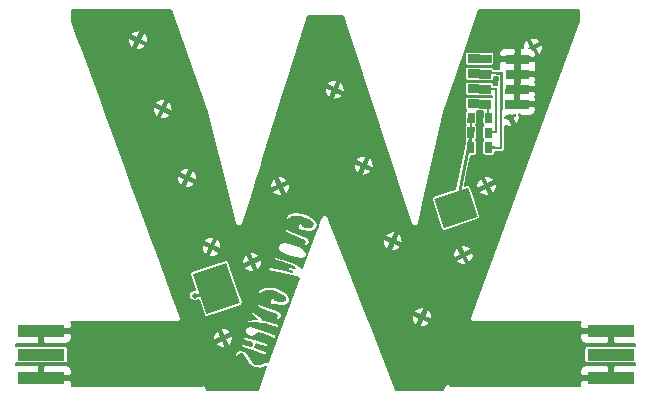
<source format=gbl>
G04 #@! TF.FileFunction,Copper,L2,Bot,Signal*
%FSLAX46Y46*%
G04 Gerber Fmt 4.6, Leading zero omitted, Abs format (unit mm)*
G04 Created by KiCad (PCBNEW 4.0.0-rc2-stable) date 3/3/2016 3:48:47 PM*
%MOMM*%
G01*
G04 APERTURE LIST*
%ADD10C,0.150000*%
%ADD11C,0.500000*%
%ADD12R,4.000000X1.000000*%
%ADD13C,0.600000*%
%ADD14C,0.254000*%
%ADD15C,0.152400*%
G04 APERTURE END LIST*
D10*
D11*
X64434414Y-46790225D03*
X66826760Y-40367418D03*
X69219110Y-33944612D03*
X73847998Y-25766279D03*
X76312464Y-32189087D03*
X78776914Y-38611891D03*
X81241370Y-45034698D03*
X57210842Y-21583489D03*
X59282677Y-27410083D03*
X61354515Y-33236682D03*
X63426350Y-39063274D03*
X90617651Y-22201294D03*
X88664811Y-28059202D03*
X86711971Y-33917110D03*
X84759131Y-39775018D03*
D12*
X49020844Y-46192207D03*
X49020844Y-48192207D03*
X49020844Y-50192207D03*
D13*
X50020844Y-46192207D03*
X50020844Y-48192207D03*
X50020844Y-50192207D03*
D12*
X97224144Y-50192207D03*
X97224144Y-48192207D03*
X97224144Y-46192207D03*
D13*
X96224144Y-50192207D03*
X96224144Y-48192207D03*
X96224144Y-46192207D03*
D10*
G36*
X85959309Y-36529090D02*
X83115516Y-37484517D01*
X82287479Y-35019896D01*
X85131272Y-34064469D01*
X85959309Y-36529090D01*
X85959309Y-36529090D01*
G37*
G36*
X65832823Y-43818436D02*
X62989030Y-44773863D01*
X61842517Y-41361312D01*
X64686310Y-40405885D01*
X65832823Y-43818436D01*
X65832823Y-43818436D01*
G37*
D11*
X62036601Y-43194978D03*
D10*
G36*
X90308306Y-27381503D02*
X88308364Y-27366257D01*
X88314158Y-26606279D01*
X90314100Y-26621525D01*
X90308306Y-27381503D01*
X90308306Y-27381503D01*
G37*
G36*
X90317987Y-26111540D02*
X88318045Y-26096294D01*
X88323839Y-25336316D01*
X90323781Y-25351562D01*
X90317987Y-26111540D01*
X90317987Y-26111540D01*
G37*
G36*
X90327668Y-24841577D02*
X88327726Y-24826331D01*
X88333520Y-24066353D01*
X90333462Y-24081599D01*
X90327668Y-24841577D01*
X90327668Y-24841577D01*
G37*
G36*
X90337349Y-23571614D02*
X88337407Y-23556368D01*
X88343201Y-22796390D01*
X90343143Y-22811636D01*
X90337349Y-23571614D01*
X90337349Y-23571614D01*
G37*
G36*
X87108399Y-27357110D02*
X85108457Y-27341864D01*
X85114251Y-26581886D01*
X87114193Y-26597132D01*
X87108399Y-27357110D01*
X87108399Y-27357110D01*
G37*
G36*
X87118080Y-26087147D02*
X85118138Y-26071901D01*
X85123932Y-25311923D01*
X87123874Y-25327169D01*
X87118080Y-26087147D01*
X87118080Y-26087147D01*
G37*
G36*
X87127761Y-24817184D02*
X85127819Y-24801938D01*
X85133613Y-24041960D01*
X87133555Y-24057206D01*
X87127761Y-24817184D01*
X87127761Y-24817184D01*
G37*
G36*
X87137519Y-23537221D02*
X85137577Y-23521976D01*
X85143217Y-22781997D01*
X87143159Y-22797242D01*
X87137519Y-23537221D01*
X87137519Y-23537221D01*
G37*
G36*
X85698798Y-28611402D02*
X85098816Y-28606828D01*
X85105676Y-27706854D01*
X85705658Y-27711428D01*
X85698798Y-28611402D01*
X85698798Y-28611402D01*
G37*
G36*
X87198754Y-28622836D02*
X86598772Y-28618262D01*
X86605632Y-27718288D01*
X87205614Y-27722862D01*
X87198754Y-28622836D01*
X87198754Y-28622836D01*
G37*
G36*
X87189226Y-29872799D02*
X86589244Y-29868225D01*
X86596104Y-28968251D01*
X87196086Y-28972825D01*
X87189226Y-29872799D01*
X87189226Y-29872799D01*
G37*
G36*
X85689269Y-29861366D02*
X85089287Y-29856792D01*
X85096147Y-28956818D01*
X85696129Y-28961392D01*
X85689269Y-29861366D01*
X85689269Y-29861366D01*
G37*
G36*
X85679741Y-31111329D02*
X85079759Y-31106755D01*
X85086619Y-30206781D01*
X85686601Y-30211355D01*
X85679741Y-31111329D01*
X85679741Y-31111329D01*
G37*
G36*
X87179697Y-31122763D02*
X86579715Y-31118189D01*
X86586575Y-30218215D01*
X87186557Y-30222789D01*
X87179697Y-31122763D01*
X87179697Y-31122763D01*
G37*
G36*
X86953716Y-27970949D02*
X86753722Y-27969425D01*
X86760582Y-27069451D01*
X86960576Y-27070975D01*
X86953716Y-27970949D01*
X86953716Y-27970949D01*
G37*
G36*
X87592644Y-29425861D02*
X87392650Y-29424337D01*
X87421616Y-25624447D01*
X87621610Y-25625971D01*
X87592644Y-29425861D01*
X87592644Y-29425861D01*
G37*
G36*
X88032340Y-30779252D02*
X87832346Y-30777727D01*
X87881894Y-24277916D01*
X88081888Y-24279441D01*
X88032340Y-30779252D01*
X88032340Y-30779252D01*
G37*
G36*
X87492647Y-29425099D02*
X87092659Y-29422050D01*
X87094183Y-29222055D01*
X87494171Y-29225104D01*
X87492647Y-29425099D01*
X87492647Y-29425099D01*
G37*
G36*
X87520089Y-25825204D02*
X87120101Y-25822155D01*
X87121625Y-25622160D01*
X87521613Y-25625209D01*
X87520089Y-25825204D01*
X87520089Y-25825204D01*
G37*
G36*
X87930368Y-24478292D02*
X87130391Y-24472194D01*
X87131916Y-24272200D01*
X87931893Y-24278298D01*
X87930368Y-24478292D01*
X87930368Y-24478292D01*
G37*
G36*
X87882345Y-30778109D02*
X87082368Y-30772011D01*
X87083893Y-30572017D01*
X87883870Y-30578115D01*
X87882345Y-30778109D01*
X87882345Y-30778109D01*
G37*
G36*
X85485463Y-30359826D02*
X85285469Y-30358302D01*
X85300715Y-28358360D01*
X85500709Y-28359884D01*
X85485463Y-30359826D01*
X85485463Y-30359826D01*
G37*
D14*
X63840000Y-42590000D02*
X62040000Y-43190000D01*
X63840000Y-42590000D02*
X62040000Y-43190000D01*
X63840000Y-42590000D02*
X62040000Y-43190000D01*
X63840000Y-42590000D02*
X62040000Y-43190000D01*
X63840000Y-42590000D02*
X62040000Y-43190000D01*
X63840000Y-42590000D02*
X62040000Y-43190000D01*
X63840000Y-42590000D02*
X62040000Y-43190000D01*
X63840000Y-42590000D02*
X62040000Y-43190000D01*
X63840000Y-42590000D02*
X62040000Y-43190000D01*
X84120000Y-35770000D02*
X85390000Y-29360000D01*
X84120000Y-35770000D02*
X85390000Y-29360000D01*
X84120000Y-35770000D02*
X85390000Y-29360000D01*
X84120000Y-35770000D02*
X85390000Y-29360000D01*
X84120000Y-35770000D02*
X85390000Y-29360000D01*
X84120000Y-35770000D02*
X85390000Y-29360000D01*
X84120000Y-35770000D02*
X85390000Y-29360000D01*
X84120000Y-35770000D02*
X85390000Y-29360000D01*
X84120000Y-35770000D02*
X85390000Y-29360000D01*
D15*
G36*
X63022907Y-27650087D02*
X65430041Y-37088846D01*
X65438693Y-37106940D01*
X65442607Y-37126616D01*
X65461932Y-37155537D01*
X65476936Y-37186915D01*
X65491856Y-37200322D01*
X65503000Y-37217000D01*
X65531922Y-37236325D01*
X65557792Y-37259572D01*
X65576705Y-37266248D01*
X65593384Y-37277393D01*
X65627502Y-37284179D01*
X65660297Y-37295756D01*
X65680325Y-37294686D01*
X65700000Y-37298600D01*
X65830000Y-37298600D01*
X65842404Y-37296133D01*
X65854980Y-37297478D01*
X65895347Y-37285602D01*
X65936616Y-37277393D01*
X65947132Y-37270366D01*
X65959264Y-37266797D01*
X65992014Y-37240377D01*
X66027000Y-37217000D01*
X66034025Y-37206486D01*
X66043870Y-37198544D01*
X66064016Y-37161602D01*
X66087393Y-37126616D01*
X66089861Y-37114210D01*
X66095915Y-37103108D01*
X66246903Y-36620000D01*
X69723800Y-36620000D01*
X69723800Y-36670000D01*
X69726055Y-36688401D01*
X69739040Y-36715720D01*
X69799040Y-36795720D01*
X69821110Y-36815528D01*
X69849668Y-36825496D01*
X69879854Y-36823568D01*
X69906912Y-36810047D01*
X70214168Y-36570003D01*
X70427209Y-36516743D01*
X70925922Y-36545515D01*
X71194651Y-36631892D01*
X71320061Y-36680127D01*
X71650883Y-36835808D01*
X71936205Y-37045044D01*
X72017973Y-37151342D01*
X72021210Y-37170763D01*
X71960269Y-37315497D01*
X71851802Y-37373346D01*
X71463250Y-37364094D01*
X71175981Y-37268338D01*
X71109632Y-37119052D01*
X71090323Y-37092781D01*
X71064097Y-37077710D01*
X71034097Y-37067710D01*
X71010000Y-37063800D01*
X70950000Y-37063800D01*
X70931599Y-37066055D01*
X70904280Y-37079040D01*
X70824280Y-37139040D01*
X70798652Y-37173244D01*
X70738652Y-37333244D01*
X70736075Y-37341519D01*
X70716075Y-37421519D01*
X70716075Y-37458481D01*
X70746075Y-37578481D01*
X70752999Y-37596295D01*
X70772398Y-37619502D01*
X70822398Y-37659502D01*
X70837197Y-37668778D01*
X70866540Y-37676121D01*
X71080977Y-37685868D01*
X71695520Y-37804812D01*
X71716899Y-37805887D01*
X71936899Y-37785887D01*
X71970386Y-37774617D01*
X72290386Y-37574617D01*
X72318947Y-37542446D01*
X72398947Y-37372446D01*
X72403515Y-37360050D01*
X72433515Y-37250050D01*
X72432899Y-37207813D01*
X72362899Y-36977813D01*
X72346273Y-36948621D01*
X72136273Y-36718621D01*
X72122661Y-36706862D01*
X71752661Y-36456862D01*
X71746293Y-36452998D01*
X71506293Y-36322998D01*
X71494097Y-36317710D01*
X71464097Y-36307710D01*
X71459499Y-36306337D01*
X71119499Y-36216337D01*
X71108118Y-36214234D01*
X70548118Y-36154234D01*
X70530549Y-36154388D01*
X70130549Y-36204388D01*
X70096147Y-36217683D01*
X69826147Y-36407683D01*
X69800949Y-36437776D01*
X69730949Y-36587776D01*
X69723800Y-36620000D01*
X66246903Y-36620000D01*
X66905109Y-34513978D01*
X68587250Y-34513978D01*
X68853235Y-34712440D01*
X69174920Y-34794007D01*
X69324528Y-34788598D01*
X69393721Y-34627123D01*
X69157406Y-34110270D01*
X68640553Y-34346585D01*
X68587250Y-34513978D01*
X66905109Y-34513978D01*
X67096867Y-33900422D01*
X68369715Y-33900422D01*
X68375124Y-34050030D01*
X68536599Y-34119223D01*
X68783541Y-34006316D01*
X69384768Y-34006316D01*
X69621083Y-34523169D01*
X69788476Y-34576472D01*
X69986938Y-34310487D01*
X70068505Y-33988802D01*
X70063096Y-33839194D01*
X69901621Y-33770001D01*
X69384768Y-34006316D01*
X68783541Y-34006316D01*
X69053452Y-33882908D01*
X68817137Y-33366055D01*
X68649744Y-33312752D01*
X68451282Y-33578737D01*
X68369715Y-33900422D01*
X67096867Y-33900422D01*
X67296364Y-33262101D01*
X69044499Y-33262101D01*
X69280814Y-33778954D01*
X69797667Y-33542639D01*
X69850970Y-33375246D01*
X69584985Y-33176784D01*
X69263300Y-33095217D01*
X69113692Y-33100626D01*
X69044499Y-33262101D01*
X67296364Y-33262101D01*
X67417883Y-32873281D01*
X76144565Y-32873281D01*
X76215341Y-33034067D01*
X76546094Y-33006915D01*
X76841279Y-32855254D01*
X76949886Y-32752219D01*
X76894942Y-32585358D01*
X76375792Y-32354131D01*
X76144565Y-32873281D01*
X67417883Y-32873281D01*
X67662072Y-32091964D01*
X75467484Y-32091964D01*
X75494636Y-32422717D01*
X75646297Y-32717902D01*
X75749332Y-32826509D01*
X75916193Y-32771565D01*
X76147420Y-32252415D01*
X75863053Y-32125759D01*
X76477508Y-32125759D01*
X76996658Y-32356986D01*
X77157444Y-32286210D01*
X77130292Y-31955457D01*
X76978631Y-31660272D01*
X76875596Y-31551665D01*
X76708735Y-31606609D01*
X76477508Y-32125759D01*
X75863053Y-32125759D01*
X75628270Y-32021188D01*
X75467484Y-32091964D01*
X67662072Y-32091964D01*
X67807716Y-31625955D01*
X75675042Y-31625955D01*
X75729986Y-31792816D01*
X76249136Y-32024043D01*
X76480363Y-31504893D01*
X76409587Y-31344107D01*
X76078834Y-31371259D01*
X75783649Y-31522920D01*
X75675042Y-31625955D01*
X67807716Y-31625955D01*
X69425237Y-26450473D01*
X73680099Y-26450473D01*
X73750875Y-26611259D01*
X74081628Y-26584107D01*
X74376813Y-26432446D01*
X74485420Y-26329411D01*
X74430476Y-26162550D01*
X73911326Y-25931323D01*
X73680099Y-26450473D01*
X69425237Y-26450473D01*
X69669427Y-25669156D01*
X73003018Y-25669156D01*
X73030170Y-25999909D01*
X73181831Y-26295094D01*
X73284866Y-26403701D01*
X73451727Y-26348757D01*
X73682954Y-25829607D01*
X73398587Y-25702951D01*
X74013042Y-25702951D01*
X74532192Y-25934178D01*
X74692978Y-25863402D01*
X74665826Y-25532649D01*
X74514165Y-25237464D01*
X74411130Y-25128857D01*
X74244269Y-25183801D01*
X74013042Y-25702951D01*
X73398587Y-25702951D01*
X73163804Y-25598380D01*
X73003018Y-25669156D01*
X69669427Y-25669156D01*
X69815071Y-25203147D01*
X73210576Y-25203147D01*
X73265520Y-25370008D01*
X73784670Y-25601235D01*
X74015897Y-25082085D01*
X73945121Y-24921299D01*
X73614368Y-24948451D01*
X73319183Y-25100112D01*
X73210576Y-25203147D01*
X69815071Y-25203147D01*
X71594818Y-19508600D01*
X74528230Y-19508600D01*
X80305298Y-37106895D01*
X80310529Y-37116170D01*
X80312607Y-37126616D01*
X80337069Y-37163226D01*
X80358700Y-37201578D01*
X80367084Y-37208146D01*
X80373000Y-37217000D01*
X80409607Y-37241460D01*
X80444271Y-37268617D01*
X80454530Y-37271477D01*
X80463384Y-37277393D01*
X80506562Y-37285982D01*
X80548983Y-37297807D01*
X80559557Y-37296523D01*
X80570000Y-37298600D01*
X80710000Y-37298600D01*
X80733477Y-37293930D01*
X80757411Y-37294537D01*
X80786280Y-37283427D01*
X80816616Y-37277393D01*
X80836522Y-37264092D01*
X80858862Y-37255495D01*
X80881281Y-37234185D01*
X80907000Y-37217000D01*
X80920299Y-37197097D01*
X80937651Y-37180603D01*
X80950209Y-37152334D01*
X80967393Y-37126616D01*
X80972063Y-37103137D01*
X80981782Y-37081259D01*
X81450368Y-35002319D01*
X82055065Y-35002319D01*
X82066537Y-35094126D01*
X82894574Y-37558747D01*
X82936663Y-37633973D01*
X83008901Y-37691782D01*
X83097939Y-37716931D01*
X83189746Y-37705459D01*
X86033539Y-36750032D01*
X86108765Y-36707943D01*
X86166574Y-36635705D01*
X86191723Y-36546667D01*
X86180251Y-36454860D01*
X85526200Y-34508101D01*
X86100289Y-34508101D01*
X86373013Y-34697195D01*
X86697340Y-34767528D01*
X86846670Y-34756920D01*
X86910206Y-34593138D01*
X86656064Y-34084813D01*
X86147740Y-34338956D01*
X86100289Y-34508101D01*
X85526200Y-34508101D01*
X85352214Y-33990239D01*
X85310125Y-33915013D01*
X85294463Y-33902479D01*
X85861553Y-33902479D01*
X85872161Y-34051809D01*
X86035943Y-34115345D01*
X86320621Y-33973017D01*
X86879674Y-33973017D01*
X87133817Y-34481341D01*
X87302962Y-34528792D01*
X87492056Y-34256068D01*
X87562389Y-33931741D01*
X87551781Y-33782411D01*
X87387999Y-33718875D01*
X86879674Y-33973017D01*
X86320621Y-33973017D01*
X86544268Y-33861203D01*
X86290125Y-33352879D01*
X86120980Y-33305428D01*
X85931886Y-33578152D01*
X85861553Y-33902479D01*
X85294463Y-33902479D01*
X85237887Y-33857204D01*
X85148849Y-33832055D01*
X85057042Y-33843527D01*
X84850449Y-33912936D01*
X84983561Y-33241082D01*
X86513736Y-33241082D01*
X86767878Y-33749407D01*
X87276202Y-33495264D01*
X87323653Y-33326119D01*
X87050929Y-33137025D01*
X86726602Y-33066692D01*
X86577272Y-33077300D01*
X86513736Y-33241082D01*
X84983561Y-33241082D01*
X85359828Y-31341975D01*
X85677964Y-31344400D01*
X85762797Y-31329106D01*
X85840981Y-31279635D01*
X85893758Y-31203643D01*
X85912812Y-31113106D01*
X85919672Y-30213132D01*
X85904378Y-30128299D01*
X85854907Y-30050115D01*
X85837408Y-30037962D01*
X85850509Y-30029672D01*
X85903286Y-29953680D01*
X85922340Y-29863143D01*
X85929200Y-28963169D01*
X85913906Y-28878336D01*
X85864435Y-28800152D01*
X85846936Y-28787998D01*
X85860038Y-28779708D01*
X85912815Y-28703716D01*
X85931869Y-28613179D01*
X85938729Y-27713205D01*
X85923435Y-27628372D01*
X85893418Y-27580932D01*
X86420108Y-27584948D01*
X86391615Y-27625974D01*
X86372561Y-27716511D01*
X86365701Y-28616485D01*
X86380995Y-28701318D01*
X86430466Y-28779502D01*
X86447965Y-28791655D01*
X86434864Y-28799945D01*
X86382087Y-28875937D01*
X86363033Y-28966474D01*
X86356173Y-29866448D01*
X86371467Y-29951281D01*
X86420938Y-30029465D01*
X86438437Y-30041619D01*
X86425335Y-30049909D01*
X86372558Y-30125901D01*
X86353504Y-30216438D01*
X86346644Y-31116412D01*
X86361938Y-31201245D01*
X86411409Y-31279429D01*
X86487400Y-31332206D01*
X86577938Y-31351260D01*
X87177920Y-31355834D01*
X87262753Y-31340540D01*
X87340937Y-31291069D01*
X87393714Y-31215077D01*
X87412768Y-31124540D01*
X87413659Y-31007621D01*
X87880568Y-31011180D01*
X87880572Y-31011179D01*
X88030563Y-31012323D01*
X88115396Y-30997029D01*
X88193580Y-30947558D01*
X88246357Y-30871566D01*
X88265411Y-30781029D01*
X88280453Y-28807809D01*
X88325853Y-28839287D01*
X88650180Y-28909620D01*
X88799510Y-28899012D01*
X88863046Y-28735230D01*
X88608904Y-28226905D01*
X88571488Y-28245611D01*
X88399220Y-28073343D01*
X88285182Y-28187381D01*
X88285780Y-28108950D01*
X88497108Y-28003295D01*
X88478402Y-27965879D01*
X88492404Y-27951877D01*
X88980042Y-27955594D01*
X89127198Y-27810665D01*
X89126085Y-27956708D01*
X89148992Y-27956883D01*
X88832514Y-28115109D01*
X89086657Y-28623433D01*
X89255802Y-28670884D01*
X89444896Y-28398160D01*
X89515229Y-28073833D01*
X89504621Y-27924503D01*
X89482012Y-27915732D01*
X89482792Y-27813375D01*
X89627723Y-27960532D01*
X90187652Y-27964800D01*
X90420054Y-27966571D01*
X90635444Y-27879272D01*
X90801030Y-27716191D01*
X90891604Y-27502157D01*
X90892917Y-27329807D01*
X90747985Y-27182648D01*
X89487672Y-27173041D01*
X89487520Y-27193041D01*
X89131930Y-27190330D01*
X89132082Y-27170331D01*
X89112082Y-27170179D01*
X89114771Y-26817451D01*
X89490382Y-26817451D01*
X90750696Y-26827059D01*
X90897855Y-26682126D01*
X90899168Y-26509776D01*
X90842737Y-26370547D01*
X90901285Y-26232194D01*
X90902598Y-26059844D01*
X90757666Y-25912685D01*
X89497353Y-25903078D01*
X89495264Y-26177119D01*
X89495263Y-26177120D01*
X89490382Y-26817451D01*
X89114771Y-26817451D01*
X89114793Y-26814589D01*
X89134792Y-26814741D01*
X89136881Y-26540700D01*
X89136882Y-26540699D01*
X89141763Y-25900368D01*
X89121763Y-25900216D01*
X89124452Y-25547488D01*
X89500063Y-25547488D01*
X90760377Y-25557096D01*
X90907536Y-25412163D01*
X90908849Y-25239813D01*
X90852418Y-25100584D01*
X90910966Y-24962231D01*
X90912279Y-24789881D01*
X90767347Y-24642722D01*
X89507034Y-24633115D01*
X89504945Y-24907156D01*
X89504944Y-24907157D01*
X89500063Y-25547488D01*
X89124452Y-25547488D01*
X89124474Y-25544626D01*
X89144473Y-25544778D01*
X89146562Y-25270737D01*
X89146563Y-25270736D01*
X89151444Y-24630405D01*
X89131444Y-24630253D01*
X89134133Y-24277525D01*
X89509744Y-24277525D01*
X90770058Y-24287133D01*
X90917217Y-24142200D01*
X90918530Y-23969850D01*
X90862099Y-23830621D01*
X90920647Y-23692268D01*
X90921960Y-23519918D01*
X90777028Y-23372759D01*
X89516715Y-23363152D01*
X89514626Y-23637193D01*
X89514625Y-23637194D01*
X89509744Y-24277525D01*
X89134133Y-24277525D01*
X89134155Y-24274663D01*
X89154154Y-24274815D01*
X89156243Y-24000774D01*
X89156244Y-24000773D01*
X89161125Y-23360442D01*
X87900811Y-23350834D01*
X87753652Y-23495767D01*
X87752339Y-23668117D01*
X87808770Y-23807346D01*
X87750222Y-23945699D01*
X87749474Y-24043823D01*
X87363362Y-24040880D01*
X87351332Y-23974150D01*
X87301861Y-23895966D01*
X87225870Y-23843189D01*
X87135332Y-23824135D01*
X85135390Y-23808889D01*
X85050557Y-23824182D01*
X84972373Y-23873654D01*
X84919596Y-23949645D01*
X84900542Y-24040183D01*
X84894748Y-24800161D01*
X84910042Y-24884994D01*
X84959513Y-24963178D01*
X85035504Y-25015955D01*
X85126042Y-25035009D01*
X87125984Y-25050255D01*
X87210817Y-25034962D01*
X87289001Y-24985490D01*
X87341778Y-24909499D01*
X87360832Y-24818961D01*
X87361685Y-24707042D01*
X87645522Y-24709205D01*
X87640283Y-25396456D01*
X87623386Y-25392900D01*
X87523390Y-25392138D01*
X87356473Y-25390866D01*
X87356945Y-25328946D01*
X87341651Y-25244113D01*
X87292180Y-25165929D01*
X87216189Y-25113152D01*
X87125651Y-25094098D01*
X85125709Y-25078852D01*
X85040876Y-25094145D01*
X84962692Y-25143617D01*
X84909915Y-25219608D01*
X84890861Y-25310146D01*
X84885067Y-26070124D01*
X84900361Y-26154957D01*
X84949832Y-26233141D01*
X85025823Y-26285918D01*
X85116361Y-26304972D01*
X87116303Y-26320218D01*
X87183320Y-26308137D01*
X87182786Y-26378123D01*
X87115970Y-26364061D01*
X85116028Y-26348815D01*
X85031195Y-26364108D01*
X84953011Y-26413580D01*
X84900234Y-26489571D01*
X84881180Y-26580109D01*
X84875386Y-27340087D01*
X84890680Y-27424920D01*
X84940151Y-27503104D01*
X84968898Y-27523069D01*
X84944436Y-27538548D01*
X84891659Y-27614540D01*
X84872605Y-27705077D01*
X84865745Y-28605051D01*
X84881039Y-28689884D01*
X84930510Y-28768068D01*
X84948009Y-28780222D01*
X84934907Y-28788512D01*
X84882130Y-28864504D01*
X84863076Y-28955041D01*
X84856216Y-29855015D01*
X84871510Y-29939848D01*
X84902804Y-29989305D01*
X84880163Y-30103580D01*
X84872602Y-30114467D01*
X84853548Y-30205004D01*
X84853287Y-30239230D01*
X84073721Y-34173893D01*
X82213249Y-34798954D01*
X82138023Y-34841043D01*
X82080214Y-34913281D01*
X82055065Y-35002319D01*
X81450368Y-35002319D01*
X83108404Y-27646248D01*
X84530374Y-23520200D01*
X84904506Y-23520200D01*
X84919800Y-23605032D01*
X84969271Y-23683216D01*
X85045263Y-23735993D01*
X85135800Y-23755047D01*
X87135742Y-23770292D01*
X87220576Y-23754998D01*
X87298759Y-23705527D01*
X87351536Y-23629535D01*
X87370590Y-23538997D01*
X87374640Y-23007562D01*
X89519425Y-23007562D01*
X90431494Y-23014515D01*
X90603020Y-23051712D01*
X90752350Y-23041104D01*
X90761688Y-23017032D01*
X90779739Y-23017170D01*
X90926898Y-22872237D01*
X90928211Y-22699887D01*
X90840912Y-22484498D01*
X90677830Y-22318912D01*
X90532002Y-22257201D01*
X90785354Y-22257201D01*
X91039497Y-22765525D01*
X91208642Y-22812976D01*
X91397736Y-22540252D01*
X91468069Y-22215925D01*
X91457461Y-22066595D01*
X91293679Y-22003059D01*
X90785354Y-22257201D01*
X90532002Y-22257201D01*
X90463796Y-22228338D01*
X90364204Y-22227579D01*
X90352060Y-22215435D01*
X90340099Y-22227396D01*
X90286731Y-22226989D01*
X90449948Y-22145387D01*
X90195805Y-21637063D01*
X90026660Y-21589612D01*
X89837566Y-21862336D01*
X89767233Y-22186663D01*
X89769818Y-22223049D01*
X89671465Y-22222299D01*
X89524306Y-22367231D01*
X89519425Y-23007562D01*
X87374640Y-23007562D01*
X87375856Y-22848086D01*
X87758590Y-22848086D01*
X87903522Y-22995245D01*
X89163835Y-23004852D01*
X89168717Y-22364520D01*
X89023784Y-22217361D01*
X88463855Y-22213093D01*
X88231453Y-22211322D01*
X88016063Y-22298621D01*
X87850477Y-22461702D01*
X87759903Y-22675736D01*
X87758590Y-22848086D01*
X87375856Y-22848086D01*
X87376230Y-22799018D01*
X87360936Y-22714186D01*
X87311465Y-22636002D01*
X87235473Y-22583225D01*
X87144936Y-22564171D01*
X85144994Y-22548926D01*
X85060160Y-22564220D01*
X84981977Y-22613691D01*
X84929200Y-22689683D01*
X84910146Y-22780221D01*
X84904506Y-23520200D01*
X84530374Y-23520200D01*
X85217893Y-21525266D01*
X90419416Y-21525266D01*
X90673558Y-22033591D01*
X91181882Y-21779448D01*
X91229333Y-21610303D01*
X90956609Y-21421209D01*
X90632282Y-21350876D01*
X90482952Y-21361484D01*
X90419416Y-21525266D01*
X85217893Y-21525266D01*
X86088666Y-18998600D01*
X94561400Y-18998600D01*
X94561400Y-19970254D01*
X85308617Y-45053580D01*
X85300957Y-45101955D01*
X85291400Y-45150000D01*
X85292485Y-45155454D01*
X85291615Y-45160947D01*
X85303051Y-45208576D01*
X85312607Y-45256616D01*
X85315697Y-45261240D01*
X85316995Y-45266647D01*
X85345792Y-45306280D01*
X85373000Y-45347000D01*
X85377622Y-45350088D01*
X85380892Y-45354589D01*
X85422663Y-45380184D01*
X85463384Y-45407393D01*
X85468839Y-45408478D01*
X85473580Y-45411383D01*
X85521955Y-45419043D01*
X85570000Y-45428600D01*
X94701000Y-45428600D01*
X94639944Y-45576002D01*
X94639944Y-45868357D01*
X94785994Y-46014407D01*
X95356224Y-46014407D01*
X95324732Y-46130540D01*
X95355526Y-46370007D01*
X94785994Y-46370007D01*
X94639944Y-46516057D01*
X94639944Y-46808412D01*
X94728883Y-47023130D01*
X94893222Y-47187468D01*
X95107940Y-47276407D01*
X96900294Y-47276407D01*
X97046344Y-47130357D01*
X97046344Y-46538605D01*
X97123556Y-46253874D01*
X97090190Y-45994407D01*
X97401944Y-45994407D01*
X97401944Y-46014407D01*
X97421944Y-46014407D01*
X97421944Y-46370007D01*
X97401944Y-46370007D01*
X97401944Y-47130357D01*
X97547994Y-47276407D01*
X99261400Y-47276407D01*
X99261400Y-47466673D01*
X99224144Y-47459129D01*
X95224144Y-47459129D01*
X95139430Y-47475069D01*
X95061626Y-47525135D01*
X95009429Y-47601527D01*
X94991066Y-47692207D01*
X94991066Y-48692207D01*
X95007006Y-48776921D01*
X95057072Y-48854725D01*
X95133464Y-48906922D01*
X95224144Y-48925285D01*
X99224144Y-48925285D01*
X99261400Y-48918275D01*
X99261400Y-49108007D01*
X97547994Y-49108007D01*
X97401944Y-49254057D01*
X97401944Y-50014407D01*
X97421944Y-50014407D01*
X97421944Y-50370007D01*
X97401944Y-50370007D01*
X97401944Y-50390007D01*
X97086640Y-50390007D01*
X97123556Y-50253874D01*
X97078691Y-49904990D01*
X97046344Y-49826897D01*
X97046344Y-49254057D01*
X96900294Y-49108007D01*
X95107940Y-49108007D01*
X94893222Y-49196946D01*
X94728883Y-49361284D01*
X94639944Y-49576002D01*
X94639944Y-49868357D01*
X94785994Y-50014407D01*
X95356224Y-50014407D01*
X95324732Y-50130540D01*
X95355526Y-50370007D01*
X94785994Y-50370007D01*
X94639944Y-50516057D01*
X94639944Y-50808412D01*
X94666034Y-50871400D01*
X83704955Y-50871400D01*
X83697393Y-50833384D01*
X83694197Y-50828601D01*
X83692847Y-50823011D01*
X83664109Y-50783571D01*
X83637000Y-50743000D01*
X83632219Y-50739805D01*
X83628831Y-50735156D01*
X83587193Y-50709720D01*
X83546616Y-50682607D01*
X83540973Y-50681485D01*
X83536066Y-50678487D01*
X83487866Y-50670921D01*
X83440000Y-50661400D01*
X83434359Y-50662522D01*
X83428676Y-50661630D01*
X83381241Y-50673088D01*
X83333384Y-50682607D01*
X83328601Y-50685803D01*
X83323011Y-50687153D01*
X83283571Y-50715891D01*
X83243000Y-50743000D01*
X83239805Y-50747781D01*
X83235156Y-50751169D01*
X83209715Y-50792815D01*
X83182607Y-50833384D01*
X83181485Y-50839025D01*
X83178486Y-50843934D01*
X83065540Y-51151400D01*
X79089430Y-51151400D01*
X76941439Y-45718892D01*
X81073471Y-45718892D01*
X81144247Y-45879678D01*
X81475000Y-45852526D01*
X81770185Y-45700865D01*
X81878792Y-45597830D01*
X81823848Y-45430969D01*
X81304698Y-45199742D01*
X81073471Y-45718892D01*
X76941439Y-45718892D01*
X76632509Y-44937575D01*
X80396390Y-44937575D01*
X80423542Y-45268328D01*
X80575203Y-45563513D01*
X80678238Y-45672120D01*
X80845099Y-45617176D01*
X81076326Y-45098026D01*
X80791959Y-44971370D01*
X81406414Y-44971370D01*
X81925564Y-45202597D01*
X82086350Y-45131821D01*
X82059198Y-44801068D01*
X81907537Y-44505883D01*
X81804502Y-44397276D01*
X81637641Y-44452220D01*
X81406414Y-44971370D01*
X80791959Y-44971370D01*
X80557176Y-44866799D01*
X80396390Y-44937575D01*
X76632509Y-44937575D01*
X76448251Y-44471566D01*
X80603948Y-44471566D01*
X80658892Y-44638427D01*
X81178042Y-44869654D01*
X81409269Y-44350504D01*
X81338493Y-44189718D01*
X81007740Y-44216870D01*
X80712555Y-44368531D01*
X80603948Y-44471566D01*
X76448251Y-44471566D01*
X74824931Y-40366009D01*
X84147449Y-40366009D01*
X84420173Y-40555103D01*
X84744500Y-40625436D01*
X84893830Y-40614828D01*
X84957366Y-40451046D01*
X84703224Y-39942721D01*
X84194900Y-40196864D01*
X84147449Y-40366009D01*
X74824931Y-40366009D01*
X74585470Y-39760387D01*
X83908713Y-39760387D01*
X83919321Y-39909717D01*
X84083103Y-39973253D01*
X84367781Y-39830925D01*
X84926834Y-39830925D01*
X85180977Y-40339249D01*
X85350122Y-40386700D01*
X85539216Y-40113976D01*
X85609549Y-39789649D01*
X85598941Y-39640319D01*
X85435159Y-39576783D01*
X84926834Y-39830925D01*
X84367781Y-39830925D01*
X84591428Y-39719111D01*
X84337285Y-39210787D01*
X84168140Y-39163336D01*
X83979046Y-39436060D01*
X83908713Y-39760387D01*
X74585470Y-39760387D01*
X74401886Y-39296085D01*
X78609015Y-39296085D01*
X78679791Y-39456871D01*
X79010544Y-39429719D01*
X79305729Y-39278058D01*
X79414336Y-39175023D01*
X79389300Y-39098990D01*
X84560896Y-39098990D01*
X84815038Y-39607315D01*
X85323362Y-39353172D01*
X85370813Y-39184027D01*
X85098089Y-38994933D01*
X84773762Y-38924600D01*
X84624432Y-38935208D01*
X84560896Y-39098990D01*
X79389300Y-39098990D01*
X79359392Y-39008162D01*
X78840242Y-38776935D01*
X78609015Y-39296085D01*
X74401886Y-39296085D01*
X74092956Y-38514768D01*
X77931934Y-38514768D01*
X77959086Y-38845521D01*
X78110747Y-39140706D01*
X78213782Y-39249313D01*
X78380643Y-39194369D01*
X78611870Y-38675219D01*
X78327503Y-38548563D01*
X78941958Y-38548563D01*
X79461108Y-38779790D01*
X79621894Y-38709014D01*
X79594742Y-38378261D01*
X79443081Y-38083076D01*
X79340046Y-37974469D01*
X79173185Y-38029413D01*
X78941958Y-38548563D01*
X78327503Y-38548563D01*
X78092720Y-38443992D01*
X77931934Y-38514768D01*
X74092956Y-38514768D01*
X73908698Y-38048759D01*
X78139492Y-38048759D01*
X78194436Y-38215620D01*
X78713586Y-38446847D01*
X78944813Y-37927697D01*
X78874037Y-37766911D01*
X78543284Y-37794063D01*
X78248099Y-37945724D01*
X78139492Y-38048759D01*
X73908698Y-38048759D01*
X73319083Y-36557560D01*
X73317840Y-36555634D01*
X73317393Y-36553384D01*
X73288420Y-36510023D01*
X73260159Y-36466210D01*
X73258273Y-36464905D01*
X73257000Y-36463000D01*
X73213658Y-36434039D01*
X73170763Y-36404364D01*
X73168522Y-36403880D01*
X73166616Y-36402607D01*
X73115492Y-36392438D01*
X73064504Y-36381436D01*
X73062247Y-36381847D01*
X73060000Y-36381400D01*
X72970000Y-36381400D01*
X72964312Y-36382531D01*
X72958582Y-36381634D01*
X72911201Y-36393096D01*
X72863384Y-36402607D01*
X72858561Y-36405830D01*
X72852925Y-36407193D01*
X72813537Y-36435914D01*
X72773000Y-36463000D01*
X72769778Y-36467822D01*
X72765092Y-36471239D01*
X72739695Y-36512844D01*
X72712607Y-36553384D01*
X72711475Y-36559074D01*
X72708454Y-36564023D01*
X71130094Y-40865200D01*
X70730386Y-40615383D01*
X70721749Y-40610729D01*
X70241749Y-40390729D01*
X70236903Y-40388707D01*
X69176903Y-39988707D01*
X69169499Y-39986337D01*
X68829499Y-39896337D01*
X68810650Y-39893803D01*
X68780954Y-39899553D01*
X68755834Y-39916404D01*
X68739250Y-39941700D01*
X68699250Y-40041700D01*
X68693803Y-40069350D01*
X68699553Y-40099046D01*
X68716404Y-40124166D01*
X68741700Y-40140750D01*
X68827177Y-40174941D01*
X68866118Y-40213882D01*
X68897591Y-40232830D01*
X69416091Y-40392368D01*
X69754639Y-40511856D01*
X69755903Y-40512290D01*
X69813013Y-40531327D01*
X70207369Y-40698928D01*
X70506369Y-40855547D01*
X70468481Y-40846075D01*
X70463338Y-40844976D01*
X70013338Y-40764976D01*
X69989305Y-40764554D01*
X69960795Y-40774659D01*
X69910795Y-40804659D01*
X69892781Y-40819677D01*
X69877710Y-40845903D01*
X69867710Y-40875903D01*
X69863800Y-40900000D01*
X69863800Y-40960000D01*
X69869401Y-40988673D01*
X69886118Y-41013882D01*
X69976118Y-41103882D01*
X70011519Y-41123925D01*
X70051519Y-41133925D01*
X70080776Y-41135434D01*
X70125342Y-41129067D01*
X70276779Y-41213475D01*
X69670221Y-41046532D01*
X69667315Y-41045793D01*
X68467315Y-40765793D01*
X68437473Y-40764837D01*
X68317473Y-40784837D01*
X68296867Y-40791380D01*
X68272781Y-40809677D01*
X68257710Y-40835903D01*
X68237710Y-40895903D01*
X68233800Y-40920000D01*
X68233800Y-40980000D01*
X68244165Y-41018370D01*
X68264280Y-41040960D01*
X68304280Y-41070960D01*
X68330056Y-41083544D01*
X69510056Y-41403544D01*
X69513173Y-41404319D01*
X70573173Y-41644319D01*
X70581097Y-41645678D01*
X70832822Y-41675293D01*
X68212017Y-48817228D01*
X68209205Y-48814659D01*
X68159205Y-48784659D01*
X68150017Y-48779961D01*
X68080017Y-48749961D01*
X68060733Y-48744560D01*
X68030537Y-48746328D01*
X68003408Y-48759704D01*
X67793348Y-48922023D01*
X67499227Y-49023127D01*
X67334309Y-49014447D01*
X67254097Y-48987710D01*
X67252409Y-48987170D01*
X67130230Y-48949576D01*
X66990627Y-48871050D01*
X66644236Y-48428439D01*
X66447431Y-48054510D01*
X66422268Y-48026598D01*
X66272268Y-47926598D01*
X66255173Y-47918078D01*
X66055173Y-47848078D01*
X66033624Y-47843886D01*
X65823624Y-47833886D01*
X65786872Y-47841378D01*
X65496872Y-47981378D01*
X65480472Y-47992091D01*
X65461845Y-48015922D01*
X65391845Y-48155922D01*
X65387710Y-48165903D01*
X65377710Y-48195903D01*
X65375280Y-48205056D01*
X65365280Y-48255056D01*
X65367650Y-48293914D01*
X65382654Y-48320178D01*
X65452654Y-48400178D01*
X65485903Y-48422290D01*
X65545903Y-48442290D01*
X65571006Y-48446193D01*
X65600570Y-48439799D01*
X65625318Y-48422406D01*
X65641348Y-48396756D01*
X65691824Y-48262153D01*
X65778638Y-48211512D01*
X65959559Y-48168435D01*
X66010985Y-48181291D01*
X66106984Y-48237291D01*
X66364000Y-48608537D01*
X66521434Y-48933244D01*
X66538621Y-48956273D01*
X66768621Y-49166273D01*
X66782194Y-49176160D01*
X66922194Y-49256160D01*
X66933244Y-49261348D01*
X67093244Y-49321348D01*
X67099066Y-49323268D01*
X67239066Y-49363268D01*
X67251266Y-49365698D01*
X67511266Y-49395698D01*
X67535541Y-49394598D01*
X67775541Y-49344598D01*
X67794078Y-49338155D01*
X68034078Y-49218155D01*
X68048253Y-49208976D01*
X68076846Y-49185582D01*
X67355469Y-51151400D01*
X63062461Y-51151400D01*
X62990571Y-50961406D01*
X62988249Y-50957686D01*
X62987393Y-50953384D01*
X62959550Y-50911715D01*
X62933006Y-50869194D01*
X62929435Y-50866645D01*
X62927000Y-50863000D01*
X62885332Y-50835158D01*
X62844535Y-50806032D01*
X62840263Y-50805044D01*
X62836616Y-50802607D01*
X62787465Y-50792830D01*
X62738627Y-50781533D01*
X62734300Y-50782255D01*
X62730000Y-50781400D01*
X62680850Y-50791176D01*
X62631406Y-50799429D01*
X62627686Y-50801751D01*
X62623384Y-50802607D01*
X62581715Y-50830450D01*
X62539194Y-50856994D01*
X62536645Y-50860565D01*
X62533000Y-50863000D01*
X62527387Y-50871400D01*
X51578954Y-50871400D01*
X51605044Y-50808412D01*
X51605044Y-50516057D01*
X51458994Y-50370007D01*
X50888764Y-50370007D01*
X50920256Y-50253874D01*
X50889462Y-50014407D01*
X51458994Y-50014407D01*
X51605044Y-49868357D01*
X51605044Y-49576002D01*
X51516105Y-49361284D01*
X51351766Y-49196946D01*
X51137048Y-49108007D01*
X49344694Y-49108007D01*
X49198644Y-49254057D01*
X49198644Y-49845809D01*
X49121432Y-50130540D01*
X49154798Y-50390007D01*
X48843044Y-50390007D01*
X48843044Y-50370007D01*
X48823044Y-50370007D01*
X48823044Y-50014407D01*
X48843044Y-50014407D01*
X48843044Y-49254057D01*
X48696994Y-49108007D01*
X46908600Y-49108007D01*
X46908600Y-48892188D01*
X46930164Y-48906922D01*
X47020844Y-48925285D01*
X51020844Y-48925285D01*
X51105558Y-48909345D01*
X51183362Y-48859279D01*
X51235559Y-48782887D01*
X51253922Y-48692207D01*
X51253922Y-47692207D01*
X51237982Y-47607493D01*
X51187916Y-47529689D01*
X51111524Y-47477492D01*
X51020844Y-47459129D01*
X47020844Y-47459129D01*
X46936130Y-47475069D01*
X46908600Y-47492784D01*
X46908600Y-47359591D01*
X63802554Y-47359591D01*
X64068539Y-47558053D01*
X64390224Y-47639620D01*
X64539832Y-47634211D01*
X64604359Y-47483624D01*
X65903886Y-47483624D01*
X65911293Y-47512951D01*
X65929526Y-47537086D01*
X65955712Y-47552225D01*
X67084459Y-47931804D01*
X67803244Y-48201348D01*
X67808104Y-48202986D01*
X67908104Y-48232986D01*
X67917473Y-48235163D01*
X67977473Y-48245163D01*
X68007458Y-48244173D01*
X68034940Y-48231537D01*
X68055341Y-48209205D01*
X68085341Y-48159205D01*
X68092290Y-48144097D01*
X68112290Y-48084097D01*
X68115163Y-48072527D01*
X68125163Y-48012527D01*
X68124173Y-47982542D01*
X68111537Y-47955060D01*
X68089205Y-47934659D01*
X68039205Y-47904659D01*
X68022946Y-47897337D01*
X67454502Y-47717828D01*
X67097933Y-47588167D01*
X67167500Y-47455357D01*
X67170750Y-47448300D01*
X67224252Y-47314544D01*
X67586410Y-47432456D01*
X67593628Y-47434420D01*
X68093628Y-47544420D01*
X68120695Y-47545446D01*
X68149205Y-47535341D01*
X68199205Y-47505341D01*
X68228155Y-47474078D01*
X68258155Y-47414078D01*
X68266200Y-47380000D01*
X68266200Y-47320000D01*
X68262616Y-47296904D01*
X68247909Y-47270472D01*
X68224078Y-47251845D01*
X68144078Y-47211845D01*
X68131591Y-47206923D01*
X66811591Y-46816923D01*
X66807880Y-46815927D01*
X66227880Y-46675927D01*
X66211053Y-46673807D01*
X66181327Y-46679401D01*
X66156118Y-46696118D01*
X66106118Y-46746118D01*
X66091845Y-46765922D01*
X66071845Y-46805922D01*
X66064878Y-46827225D01*
X66065827Y-46857458D01*
X66078463Y-46884940D01*
X66100795Y-46905341D01*
X66250795Y-46995341D01*
X66264119Y-47001670D01*
X66624119Y-47131670D01*
X66629950Y-47133515D01*
X66884026Y-47202808D01*
X66868609Y-47252914D01*
X66824882Y-47349114D01*
X66745340Y-47444564D01*
X66729517Y-47449839D01*
X66503224Y-47377425D01*
X66498094Y-47375979D01*
X66048094Y-47265979D01*
X66027794Y-47263832D01*
X65998334Y-47270691D01*
X65973864Y-47288471D01*
X65958239Y-47314371D01*
X65908239Y-47454371D01*
X65903886Y-47483624D01*
X64604359Y-47483624D01*
X64609025Y-47472736D01*
X64372710Y-46955883D01*
X63855857Y-47192198D01*
X63802554Y-47359591D01*
X46908600Y-47359591D01*
X46908600Y-47276407D01*
X48696994Y-47276407D01*
X48843044Y-47130357D01*
X48843044Y-46370007D01*
X48823044Y-46370007D01*
X48823044Y-46014407D01*
X48843044Y-46014407D01*
X48843044Y-45994407D01*
X49158348Y-45994407D01*
X49121432Y-46130540D01*
X49166297Y-46479424D01*
X49198644Y-46557517D01*
X49198644Y-47130357D01*
X49344694Y-47276407D01*
X51137048Y-47276407D01*
X51351766Y-47187468D01*
X51516105Y-47023130D01*
X51605044Y-46808412D01*
X51605044Y-46746035D01*
X63585019Y-46746035D01*
X63590428Y-46895643D01*
X63751903Y-46964836D01*
X63998845Y-46851929D01*
X64600072Y-46851929D01*
X64836387Y-47368782D01*
X65003780Y-47422085D01*
X65202242Y-47156100D01*
X65283809Y-46834415D01*
X65278400Y-46684807D01*
X65116925Y-46615614D01*
X64600072Y-46851929D01*
X63998845Y-46851929D01*
X64268756Y-46728521D01*
X64032441Y-46211668D01*
X63865048Y-46158365D01*
X63666586Y-46424350D01*
X63585019Y-46746035D01*
X51605044Y-46746035D01*
X51605044Y-46516057D01*
X51458994Y-46370007D01*
X50888764Y-46370007D01*
X50920256Y-46253874D01*
X50901461Y-46107714D01*
X64259803Y-46107714D01*
X64496118Y-46624567D01*
X65012971Y-46388252D01*
X65066274Y-46220859D01*
X65028303Y-46192527D01*
X66204837Y-46192527D01*
X66224837Y-46312527D01*
X66242862Y-46350416D01*
X66392862Y-46520416D01*
X66411821Y-46535945D01*
X66601821Y-46645945D01*
X66625056Y-46654720D01*
X66775056Y-46684720D01*
X66818300Y-46680750D01*
X67168300Y-46540750D01*
X67190975Y-46526639D01*
X67359748Y-46374743D01*
X67709315Y-46473339D01*
X67738415Y-46475734D01*
X67800828Y-46468799D01*
X67927732Y-46553402D01*
X67943143Y-46561310D01*
X68713143Y-46851310D01*
X68727473Y-46855163D01*
X68787473Y-46865163D01*
X68817458Y-46864173D01*
X68844940Y-46851537D01*
X68865341Y-46829205D01*
X68895341Y-46779205D01*
X68900750Y-46768300D01*
X68940750Y-46668300D01*
X68946138Y-46643080D01*
X68941338Y-46613216D01*
X68925297Y-46587572D01*
X68900542Y-46570189D01*
X68262334Y-46290973D01*
X68024078Y-46171845D01*
X67980549Y-46164388D01*
X67957234Y-46167302D01*
X67952612Y-46156570D01*
X67930783Y-46135632D01*
X67902527Y-46124837D01*
X67729827Y-46096054D01*
X67257540Y-45918946D01*
X67208300Y-45899250D01*
X67194944Y-45895280D01*
X67144944Y-45885280D01*
X67128232Y-45883821D01*
X67098733Y-45890510D01*
X67090950Y-45896097D01*
X67083110Y-45877297D01*
X67061524Y-45856108D01*
X67033395Y-45844987D01*
X66753395Y-45794987D01*
X66726605Y-45794987D01*
X66446605Y-45844987D01*
X66431327Y-45849401D01*
X66406118Y-45866118D01*
X66286118Y-45986118D01*
X66271845Y-46005922D01*
X66231845Y-46085922D01*
X66227710Y-46095903D01*
X66207710Y-46155903D01*
X66205555Y-46183369D01*
X66204837Y-46192527D01*
X65028303Y-46192527D01*
X64800289Y-46022397D01*
X64478604Y-45940830D01*
X64328996Y-45946239D01*
X64259803Y-46107714D01*
X50901461Y-46107714D01*
X50889462Y-46014407D01*
X51458994Y-46014407D01*
X51605044Y-45868357D01*
X51605044Y-45576002D01*
X51543988Y-45428600D01*
X60560000Y-45428600D01*
X60607862Y-45419080D01*
X60656053Y-45411518D01*
X60660966Y-45408517D01*
X60666616Y-45407393D01*
X60707194Y-45380279D01*
X60748820Y-45354853D01*
X60752211Y-45350200D01*
X60757000Y-45347000D01*
X60761677Y-45340000D01*
X66443800Y-45340000D01*
X66443800Y-45390000D01*
X66446055Y-45408401D01*
X66459040Y-45435720D01*
X66519040Y-45515720D01*
X66553183Y-45541325D01*
X66583046Y-45546139D01*
X67078878Y-45526306D01*
X67787212Y-45575496D01*
X67997264Y-45632782D01*
X68674639Y-45871856D01*
X68684302Y-45874565D01*
X69064302Y-45954565D01*
X69083826Y-45956104D01*
X69113133Y-45948620D01*
X69137219Y-45930323D01*
X69152290Y-45904097D01*
X69182290Y-45814097D01*
X69185612Y-45780549D01*
X69175612Y-45700549D01*
X69166541Y-45672869D01*
X69146853Y-45649906D01*
X69119782Y-45636412D01*
X68192502Y-45387143D01*
X67830466Y-45260430D01*
X67822290Y-45235903D01*
X67796592Y-45199704D01*
X67356592Y-44859704D01*
X67353296Y-44857295D01*
X66933296Y-44567295D01*
X66914097Y-44557710D01*
X66854097Y-44537710D01*
X66836976Y-44534120D01*
X66806904Y-44537384D01*
X66780472Y-44552091D01*
X66761845Y-44575922D01*
X66731845Y-44635922D01*
X66724031Y-44664073D01*
X66727710Y-44694097D01*
X66747710Y-44754097D01*
X66768924Y-44786548D01*
X67078924Y-45066548D01*
X67084596Y-45071196D01*
X67249845Y-45193800D01*
X67040000Y-45193800D01*
X67034931Y-45193969D01*
X66584931Y-45223969D01*
X66552194Y-45233840D01*
X66482194Y-45273840D01*
X66466868Y-45285379D01*
X66449803Y-45310354D01*
X66443800Y-45340000D01*
X60761677Y-45340000D01*
X60784114Y-45306421D01*
X60812841Y-45267001D01*
X60814193Y-45261405D01*
X60817393Y-45256616D01*
X60826913Y-45208754D01*
X60838369Y-45161337D01*
X60837476Y-45155649D01*
X60838600Y-45150000D01*
X60829080Y-45102140D01*
X60821518Y-45053947D01*
X60173550Y-43289760D01*
X61557918Y-43289760D01*
X61630627Y-43465729D01*
X61765142Y-43600478D01*
X61940984Y-43673494D01*
X62131383Y-43673661D01*
X62307352Y-43600952D01*
X62338605Y-43569753D01*
X62768088Y-44848093D01*
X62810177Y-44923319D01*
X62882415Y-44981128D01*
X62971453Y-45006277D01*
X63063260Y-44994805D01*
X65907053Y-44039378D01*
X65959559Y-44010000D01*
X67233800Y-44010000D01*
X67233800Y-44060000D01*
X67236215Y-44079032D01*
X67249433Y-44106239D01*
X67272194Y-44126160D01*
X67552194Y-44286160D01*
X67562646Y-44291121D01*
X67822646Y-44391121D01*
X67823411Y-44391411D01*
X68759121Y-44739814D01*
X69001172Y-44864743D01*
X68991072Y-44887468D01*
X68881845Y-45105922D01*
X68875150Y-45125722D01*
X68875492Y-45155968D01*
X68887575Y-45183698D01*
X68957575Y-45283698D01*
X68979896Y-45304793D01*
X69008264Y-45315291D01*
X69038481Y-45313925D01*
X69118481Y-45293925D01*
X69150416Y-45277138D01*
X69320416Y-45127138D01*
X69331540Y-45114936D01*
X69344174Y-45087453D01*
X69384174Y-44917453D01*
X69386165Y-44897702D01*
X69379271Y-44868251D01*
X69269271Y-44628251D01*
X69257909Y-44610472D01*
X69234078Y-44591845D01*
X69074078Y-44511845D01*
X69070448Y-44510148D01*
X68680448Y-44340148D01*
X68677253Y-44338840D01*
X68207253Y-44158840D01*
X68206857Y-44158690D01*
X67436857Y-43868690D01*
X67422527Y-43864837D01*
X67362527Y-43854837D01*
X67332542Y-43855827D01*
X67305060Y-43868463D01*
X67284659Y-43890795D01*
X67254659Y-43940795D01*
X67247710Y-43955903D01*
X67237710Y-43985903D01*
X67233800Y-44010000D01*
X65959559Y-44010000D01*
X65982279Y-43997288D01*
X66040088Y-43925051D01*
X66065237Y-43836013D01*
X66053765Y-43744206D01*
X65773498Y-42910000D01*
X67383800Y-42910000D01*
X67383800Y-42960000D01*
X67386055Y-42978401D01*
X67399040Y-43005720D01*
X67459040Y-43085720D01*
X67481110Y-43105528D01*
X67509668Y-43115496D01*
X67539854Y-43113568D01*
X67566912Y-43100047D01*
X67874489Y-42859753D01*
X68077648Y-42806755D01*
X68585959Y-42835527D01*
X68854651Y-42921892D01*
X68978783Y-42969635D01*
X69301045Y-43135649D01*
X69595462Y-43335093D01*
X69667641Y-43439351D01*
X69671517Y-43462606D01*
X69618531Y-43606423D01*
X69511802Y-43663346D01*
X69123250Y-43654094D01*
X68835981Y-43558338D01*
X68769632Y-43409052D01*
X68745786Y-43379090D01*
X68718481Y-43366075D01*
X68678481Y-43356075D01*
X68660000Y-43353800D01*
X68610000Y-43353800D01*
X68591599Y-43356055D01*
X68564280Y-43369040D01*
X68484280Y-43429040D01*
X68458652Y-43463244D01*
X68398652Y-43623244D01*
X68396075Y-43631519D01*
X68376075Y-43711519D01*
X68376075Y-43748481D01*
X68406075Y-43868481D01*
X68412999Y-43886295D01*
X68432398Y-43909502D01*
X68482398Y-43949502D01*
X68497197Y-43958778D01*
X68526540Y-43966121D01*
X68740863Y-43975863D01*
X69345292Y-44094767D01*
X69366601Y-44095914D01*
X69596601Y-44075914D01*
X69629819Y-44064968D01*
X69939819Y-43874968D01*
X69968155Y-43844078D01*
X70058155Y-43664078D01*
X70063515Y-43650050D01*
X70093515Y-43540050D01*
X70092899Y-43497813D01*
X70022899Y-43267813D01*
X70005065Y-43237329D01*
X69785065Y-43007329D01*
X69773464Y-42997412D01*
X69413464Y-42747412D01*
X69406293Y-42742998D01*
X69166293Y-42612998D01*
X69148481Y-42606075D01*
X69109269Y-42596272D01*
X68780050Y-42506485D01*
X68768118Y-42504234D01*
X68208118Y-42444234D01*
X68188966Y-42444603D01*
X67778966Y-42504603D01*
X67746626Y-42517349D01*
X67486626Y-42697349D01*
X67460949Y-42727776D01*
X67390949Y-42877776D01*
X67383800Y-42910000D01*
X65773498Y-42910000D01*
X65110557Y-40936784D01*
X66194900Y-40936784D01*
X66460885Y-41135246D01*
X66782570Y-41216813D01*
X66932178Y-41211404D01*
X67001371Y-41049929D01*
X66765056Y-40533076D01*
X66248203Y-40769391D01*
X66194900Y-40936784D01*
X65110557Y-40936784D01*
X64907252Y-40331655D01*
X64902538Y-40323228D01*
X65977365Y-40323228D01*
X65982774Y-40472836D01*
X66144249Y-40542029D01*
X66391191Y-40429122D01*
X66992418Y-40429122D01*
X67228733Y-40945975D01*
X67396126Y-40999278D01*
X67594588Y-40733293D01*
X67676155Y-40411608D01*
X67670746Y-40262000D01*
X67509271Y-40192807D01*
X66992418Y-40429122D01*
X66391191Y-40429122D01*
X66661102Y-40305714D01*
X66424787Y-39788861D01*
X66257394Y-39735558D01*
X66058932Y-40001543D01*
X65977365Y-40323228D01*
X64902538Y-40323228D01*
X64865163Y-40256429D01*
X64792925Y-40198620D01*
X64703887Y-40173471D01*
X64612080Y-40184943D01*
X61768287Y-41140370D01*
X61693061Y-41182460D01*
X61635252Y-41254697D01*
X61610103Y-41343735D01*
X61621575Y-41435542D01*
X62051901Y-42716392D01*
X61941819Y-42716295D01*
X61765850Y-42789004D01*
X61631101Y-42923519D01*
X61558085Y-43099361D01*
X61557918Y-43289760D01*
X60173550Y-43289760D01*
X58870900Y-39743105D01*
X63241577Y-39743105D01*
X63308354Y-39905593D01*
X63639677Y-39886631D01*
X63938524Y-39742319D01*
X64002119Y-39684907D01*
X66652149Y-39684907D01*
X66888464Y-40201760D01*
X67405317Y-39965445D01*
X67458620Y-39798052D01*
X67192635Y-39599590D01*
X66870950Y-39518023D01*
X66721342Y-39523432D01*
X66652149Y-39684907D01*
X64002119Y-39684907D01*
X64049646Y-39642002D01*
X63998846Y-39473833D01*
X63539619Y-39255525D01*
X69053931Y-39255525D01*
X69063663Y-39297495D01*
X69193663Y-39527495D01*
X69203450Y-39541074D01*
X69227776Y-39559051D01*
X69377776Y-39629051D01*
X69383398Y-39631406D01*
X69893398Y-39821406D01*
X69893535Y-39821456D01*
X70163535Y-39921456D01*
X70172278Y-39924111D01*
X70632278Y-40034111D01*
X70643842Y-40035951D01*
X71013842Y-40065951D01*
X71036530Y-40064385D01*
X71306530Y-40004385D01*
X71333698Y-39992425D01*
X71433698Y-39922425D01*
X71460750Y-39888300D01*
X71500750Y-39788300D01*
X71503268Y-39780934D01*
X71523268Y-39710934D01*
X71526136Y-39693111D01*
X71521348Y-39663244D01*
X71461348Y-39503244D01*
X71450149Y-39483218D01*
X71380149Y-39393218D01*
X71346084Y-39368404D01*
X71316174Y-39363896D01*
X71302621Y-39367357D01*
X71305246Y-39337982D01*
X71294642Y-39309654D01*
X71273853Y-39287683D01*
X71003853Y-39097683D01*
X70992822Y-39091231D01*
X70552822Y-38881231D01*
X70544097Y-38877710D01*
X70094097Y-38727710D01*
X70077582Y-38724178D01*
X69577582Y-38674178D01*
X69552217Y-38675904D01*
X69302217Y-38735904D01*
X69280795Y-38744659D01*
X69180795Y-38804659D01*
X69164161Y-38818150D01*
X69148388Y-38843959D01*
X69069477Y-39060963D01*
X69068388Y-39063959D01*
X69063931Y-39085525D01*
X69053931Y-39255525D01*
X63539619Y-39255525D01*
X63485576Y-39229834D01*
X63241577Y-39743105D01*
X58870900Y-39743105D01*
X58577866Y-38945278D01*
X62584031Y-38945278D01*
X62602993Y-39276601D01*
X62747305Y-39575448D01*
X62847622Y-39686570D01*
X63015791Y-39635770D01*
X63259790Y-39122500D01*
X63010617Y-39004048D01*
X63592910Y-39004048D01*
X64106181Y-39248047D01*
X64268669Y-39181270D01*
X64249707Y-38849947D01*
X64105395Y-38551100D01*
X64005078Y-38439978D01*
X63836909Y-38490778D01*
X63592910Y-39004048D01*
X63010617Y-39004048D01*
X62746519Y-38878501D01*
X62584031Y-38945278D01*
X58577866Y-38945278D01*
X58408644Y-38484546D01*
X62803054Y-38484546D01*
X62853854Y-38652715D01*
X63367124Y-38896714D01*
X63611123Y-38383443D01*
X63544346Y-38220955D01*
X63213023Y-38239917D01*
X62914176Y-38384229D01*
X62803054Y-38484546D01*
X58408644Y-38484546D01*
X58133323Y-37734944D01*
X69575280Y-37734944D01*
X69585280Y-37784944D01*
X69598709Y-37815276D01*
X69621153Y-37835554D01*
X69891153Y-37995554D01*
X69903535Y-38001456D01*
X70173160Y-38101317D01*
X71099928Y-38450100D01*
X71348353Y-38570306D01*
X71339299Y-38600486D01*
X71223104Y-38813511D01*
X71215150Y-38835722D01*
X71215492Y-38865968D01*
X71227575Y-38893698D01*
X71297575Y-38993698D01*
X71319896Y-39014793D01*
X71348264Y-39025291D01*
X71378481Y-39023925D01*
X71458481Y-39003925D01*
X71490416Y-38987138D01*
X71660416Y-38837138D01*
X71683104Y-38801501D01*
X71733104Y-38631501D01*
X71736044Y-38605123D01*
X71728155Y-38575922D01*
X71608155Y-38335922D01*
X71599192Y-38322013D01*
X71575859Y-38302765D01*
X71425859Y-38222765D01*
X71421270Y-38220512D01*
X71021270Y-38040512D01*
X71016415Y-38038525D01*
X70556415Y-37868525D01*
X69776555Y-37578577D01*
X69762527Y-37574837D01*
X69702527Y-37564837D01*
X69672542Y-37565827D01*
X69645060Y-37578463D01*
X69624659Y-37600795D01*
X69594659Y-37650795D01*
X69587710Y-37665903D01*
X69577710Y-37695903D01*
X69575280Y-37734944D01*
X58133323Y-37734944D01*
X56730850Y-33916513D01*
X61169742Y-33916513D01*
X61236519Y-34079001D01*
X61567842Y-34060039D01*
X61866689Y-33915727D01*
X61977811Y-33815410D01*
X61927011Y-33647241D01*
X61413741Y-33403242D01*
X61169742Y-33916513D01*
X56730850Y-33916513D01*
X56437816Y-33118686D01*
X60512196Y-33118686D01*
X60531158Y-33450009D01*
X60675470Y-33748856D01*
X60775787Y-33859978D01*
X60943956Y-33809178D01*
X61187955Y-33295908D01*
X60938782Y-33177456D01*
X61521075Y-33177456D01*
X62034346Y-33421455D01*
X62196834Y-33354678D01*
X62177872Y-33023355D01*
X62033560Y-32724508D01*
X61933243Y-32613386D01*
X61765074Y-32664186D01*
X61521075Y-33177456D01*
X60938782Y-33177456D01*
X60674684Y-33051909D01*
X60512196Y-33118686D01*
X56437816Y-33118686D01*
X56268594Y-32657954D01*
X60731219Y-32657954D01*
X60782019Y-32826123D01*
X61295289Y-33070122D01*
X61539288Y-32556851D01*
X61472511Y-32394363D01*
X61141188Y-32413325D01*
X60842341Y-32557637D01*
X60731219Y-32657954D01*
X56268594Y-32657954D01*
X54590798Y-28089914D01*
X59097904Y-28089914D01*
X59164681Y-28252402D01*
X59496004Y-28233440D01*
X59794851Y-28089128D01*
X59905973Y-27988811D01*
X59855173Y-27820642D01*
X59341903Y-27576643D01*
X59097904Y-28089914D01*
X54590798Y-28089914D01*
X54297764Y-27292087D01*
X58440358Y-27292087D01*
X58459320Y-27623410D01*
X58603632Y-27922257D01*
X58703949Y-28033379D01*
X58872118Y-27982579D01*
X59116117Y-27469309D01*
X58866944Y-27350857D01*
X59449237Y-27350857D01*
X59962508Y-27594856D01*
X60124996Y-27528079D01*
X60106034Y-27196756D01*
X59961722Y-26897909D01*
X59861405Y-26786787D01*
X59693236Y-26837587D01*
X59449237Y-27350857D01*
X58866944Y-27350857D01*
X58602846Y-27225310D01*
X58440358Y-27292087D01*
X54297764Y-27292087D01*
X54128542Y-26831355D01*
X58659381Y-26831355D01*
X58710181Y-26999524D01*
X59223451Y-27243523D01*
X59467450Y-26730252D01*
X59400673Y-26567764D01*
X59069350Y-26586726D01*
X58770503Y-26731038D01*
X58659381Y-26831355D01*
X54128542Y-26831355D01*
X52450747Y-22263320D01*
X57026069Y-22263320D01*
X57092846Y-22425808D01*
X57424169Y-22406846D01*
X57723016Y-22262534D01*
X57834138Y-22162217D01*
X57783338Y-21994048D01*
X57270068Y-21750049D01*
X57026069Y-22263320D01*
X52450747Y-22263320D01*
X52157713Y-21465493D01*
X56368523Y-21465493D01*
X56387485Y-21796816D01*
X56531797Y-22095663D01*
X56632114Y-22206785D01*
X56800283Y-22155985D01*
X57044282Y-21642715D01*
X56795109Y-21524263D01*
X57377402Y-21524263D01*
X57890673Y-21768262D01*
X58053161Y-21701485D01*
X58034199Y-21370162D01*
X57889887Y-21071315D01*
X57789570Y-20960193D01*
X57621401Y-21010993D01*
X57377402Y-21524263D01*
X56795109Y-21524263D01*
X56531011Y-21398716D01*
X56368523Y-21465493D01*
X52157713Y-21465493D01*
X51988491Y-21004761D01*
X56587546Y-21004761D01*
X56638346Y-21172930D01*
X57151616Y-21416929D01*
X57395615Y-20903658D01*
X57328838Y-20741170D01*
X56997515Y-20760132D01*
X56698668Y-20904444D01*
X56587546Y-21004761D01*
X51988491Y-21004761D01*
X51608600Y-19970455D01*
X51608600Y-18998600D01*
X60031546Y-18998600D01*
X63022907Y-27650087D01*
X63022907Y-27650087D01*
G37*
X63022907Y-27650087D02*
X65430041Y-37088846D01*
X65438693Y-37106940D01*
X65442607Y-37126616D01*
X65461932Y-37155537D01*
X65476936Y-37186915D01*
X65491856Y-37200322D01*
X65503000Y-37217000D01*
X65531922Y-37236325D01*
X65557792Y-37259572D01*
X65576705Y-37266248D01*
X65593384Y-37277393D01*
X65627502Y-37284179D01*
X65660297Y-37295756D01*
X65680325Y-37294686D01*
X65700000Y-37298600D01*
X65830000Y-37298600D01*
X65842404Y-37296133D01*
X65854980Y-37297478D01*
X65895347Y-37285602D01*
X65936616Y-37277393D01*
X65947132Y-37270366D01*
X65959264Y-37266797D01*
X65992014Y-37240377D01*
X66027000Y-37217000D01*
X66034025Y-37206486D01*
X66043870Y-37198544D01*
X66064016Y-37161602D01*
X66087393Y-37126616D01*
X66089861Y-37114210D01*
X66095915Y-37103108D01*
X66246903Y-36620000D01*
X69723800Y-36620000D01*
X69723800Y-36670000D01*
X69726055Y-36688401D01*
X69739040Y-36715720D01*
X69799040Y-36795720D01*
X69821110Y-36815528D01*
X69849668Y-36825496D01*
X69879854Y-36823568D01*
X69906912Y-36810047D01*
X70214168Y-36570003D01*
X70427209Y-36516743D01*
X70925922Y-36545515D01*
X71194651Y-36631892D01*
X71320061Y-36680127D01*
X71650883Y-36835808D01*
X71936205Y-37045044D01*
X72017973Y-37151342D01*
X72021210Y-37170763D01*
X71960269Y-37315497D01*
X71851802Y-37373346D01*
X71463250Y-37364094D01*
X71175981Y-37268338D01*
X71109632Y-37119052D01*
X71090323Y-37092781D01*
X71064097Y-37077710D01*
X71034097Y-37067710D01*
X71010000Y-37063800D01*
X70950000Y-37063800D01*
X70931599Y-37066055D01*
X70904280Y-37079040D01*
X70824280Y-37139040D01*
X70798652Y-37173244D01*
X70738652Y-37333244D01*
X70736075Y-37341519D01*
X70716075Y-37421519D01*
X70716075Y-37458481D01*
X70746075Y-37578481D01*
X70752999Y-37596295D01*
X70772398Y-37619502D01*
X70822398Y-37659502D01*
X70837197Y-37668778D01*
X70866540Y-37676121D01*
X71080977Y-37685868D01*
X71695520Y-37804812D01*
X71716899Y-37805887D01*
X71936899Y-37785887D01*
X71970386Y-37774617D01*
X72290386Y-37574617D01*
X72318947Y-37542446D01*
X72398947Y-37372446D01*
X72403515Y-37360050D01*
X72433515Y-37250050D01*
X72432899Y-37207813D01*
X72362899Y-36977813D01*
X72346273Y-36948621D01*
X72136273Y-36718621D01*
X72122661Y-36706862D01*
X71752661Y-36456862D01*
X71746293Y-36452998D01*
X71506293Y-36322998D01*
X71494097Y-36317710D01*
X71464097Y-36307710D01*
X71459499Y-36306337D01*
X71119499Y-36216337D01*
X71108118Y-36214234D01*
X70548118Y-36154234D01*
X70530549Y-36154388D01*
X70130549Y-36204388D01*
X70096147Y-36217683D01*
X69826147Y-36407683D01*
X69800949Y-36437776D01*
X69730949Y-36587776D01*
X69723800Y-36620000D01*
X66246903Y-36620000D01*
X66905109Y-34513978D01*
X68587250Y-34513978D01*
X68853235Y-34712440D01*
X69174920Y-34794007D01*
X69324528Y-34788598D01*
X69393721Y-34627123D01*
X69157406Y-34110270D01*
X68640553Y-34346585D01*
X68587250Y-34513978D01*
X66905109Y-34513978D01*
X67096867Y-33900422D01*
X68369715Y-33900422D01*
X68375124Y-34050030D01*
X68536599Y-34119223D01*
X68783541Y-34006316D01*
X69384768Y-34006316D01*
X69621083Y-34523169D01*
X69788476Y-34576472D01*
X69986938Y-34310487D01*
X70068505Y-33988802D01*
X70063096Y-33839194D01*
X69901621Y-33770001D01*
X69384768Y-34006316D01*
X68783541Y-34006316D01*
X69053452Y-33882908D01*
X68817137Y-33366055D01*
X68649744Y-33312752D01*
X68451282Y-33578737D01*
X68369715Y-33900422D01*
X67096867Y-33900422D01*
X67296364Y-33262101D01*
X69044499Y-33262101D01*
X69280814Y-33778954D01*
X69797667Y-33542639D01*
X69850970Y-33375246D01*
X69584985Y-33176784D01*
X69263300Y-33095217D01*
X69113692Y-33100626D01*
X69044499Y-33262101D01*
X67296364Y-33262101D01*
X67417883Y-32873281D01*
X76144565Y-32873281D01*
X76215341Y-33034067D01*
X76546094Y-33006915D01*
X76841279Y-32855254D01*
X76949886Y-32752219D01*
X76894942Y-32585358D01*
X76375792Y-32354131D01*
X76144565Y-32873281D01*
X67417883Y-32873281D01*
X67662072Y-32091964D01*
X75467484Y-32091964D01*
X75494636Y-32422717D01*
X75646297Y-32717902D01*
X75749332Y-32826509D01*
X75916193Y-32771565D01*
X76147420Y-32252415D01*
X75863053Y-32125759D01*
X76477508Y-32125759D01*
X76996658Y-32356986D01*
X77157444Y-32286210D01*
X77130292Y-31955457D01*
X76978631Y-31660272D01*
X76875596Y-31551665D01*
X76708735Y-31606609D01*
X76477508Y-32125759D01*
X75863053Y-32125759D01*
X75628270Y-32021188D01*
X75467484Y-32091964D01*
X67662072Y-32091964D01*
X67807716Y-31625955D01*
X75675042Y-31625955D01*
X75729986Y-31792816D01*
X76249136Y-32024043D01*
X76480363Y-31504893D01*
X76409587Y-31344107D01*
X76078834Y-31371259D01*
X75783649Y-31522920D01*
X75675042Y-31625955D01*
X67807716Y-31625955D01*
X69425237Y-26450473D01*
X73680099Y-26450473D01*
X73750875Y-26611259D01*
X74081628Y-26584107D01*
X74376813Y-26432446D01*
X74485420Y-26329411D01*
X74430476Y-26162550D01*
X73911326Y-25931323D01*
X73680099Y-26450473D01*
X69425237Y-26450473D01*
X69669427Y-25669156D01*
X73003018Y-25669156D01*
X73030170Y-25999909D01*
X73181831Y-26295094D01*
X73284866Y-26403701D01*
X73451727Y-26348757D01*
X73682954Y-25829607D01*
X73398587Y-25702951D01*
X74013042Y-25702951D01*
X74532192Y-25934178D01*
X74692978Y-25863402D01*
X74665826Y-25532649D01*
X74514165Y-25237464D01*
X74411130Y-25128857D01*
X74244269Y-25183801D01*
X74013042Y-25702951D01*
X73398587Y-25702951D01*
X73163804Y-25598380D01*
X73003018Y-25669156D01*
X69669427Y-25669156D01*
X69815071Y-25203147D01*
X73210576Y-25203147D01*
X73265520Y-25370008D01*
X73784670Y-25601235D01*
X74015897Y-25082085D01*
X73945121Y-24921299D01*
X73614368Y-24948451D01*
X73319183Y-25100112D01*
X73210576Y-25203147D01*
X69815071Y-25203147D01*
X71594818Y-19508600D01*
X74528230Y-19508600D01*
X80305298Y-37106895D01*
X80310529Y-37116170D01*
X80312607Y-37126616D01*
X80337069Y-37163226D01*
X80358700Y-37201578D01*
X80367084Y-37208146D01*
X80373000Y-37217000D01*
X80409607Y-37241460D01*
X80444271Y-37268617D01*
X80454530Y-37271477D01*
X80463384Y-37277393D01*
X80506562Y-37285982D01*
X80548983Y-37297807D01*
X80559557Y-37296523D01*
X80570000Y-37298600D01*
X80710000Y-37298600D01*
X80733477Y-37293930D01*
X80757411Y-37294537D01*
X80786280Y-37283427D01*
X80816616Y-37277393D01*
X80836522Y-37264092D01*
X80858862Y-37255495D01*
X80881281Y-37234185D01*
X80907000Y-37217000D01*
X80920299Y-37197097D01*
X80937651Y-37180603D01*
X80950209Y-37152334D01*
X80967393Y-37126616D01*
X80972063Y-37103137D01*
X80981782Y-37081259D01*
X81450368Y-35002319D01*
X82055065Y-35002319D01*
X82066537Y-35094126D01*
X82894574Y-37558747D01*
X82936663Y-37633973D01*
X83008901Y-37691782D01*
X83097939Y-37716931D01*
X83189746Y-37705459D01*
X86033539Y-36750032D01*
X86108765Y-36707943D01*
X86166574Y-36635705D01*
X86191723Y-36546667D01*
X86180251Y-36454860D01*
X85526200Y-34508101D01*
X86100289Y-34508101D01*
X86373013Y-34697195D01*
X86697340Y-34767528D01*
X86846670Y-34756920D01*
X86910206Y-34593138D01*
X86656064Y-34084813D01*
X86147740Y-34338956D01*
X86100289Y-34508101D01*
X85526200Y-34508101D01*
X85352214Y-33990239D01*
X85310125Y-33915013D01*
X85294463Y-33902479D01*
X85861553Y-33902479D01*
X85872161Y-34051809D01*
X86035943Y-34115345D01*
X86320621Y-33973017D01*
X86879674Y-33973017D01*
X87133817Y-34481341D01*
X87302962Y-34528792D01*
X87492056Y-34256068D01*
X87562389Y-33931741D01*
X87551781Y-33782411D01*
X87387999Y-33718875D01*
X86879674Y-33973017D01*
X86320621Y-33973017D01*
X86544268Y-33861203D01*
X86290125Y-33352879D01*
X86120980Y-33305428D01*
X85931886Y-33578152D01*
X85861553Y-33902479D01*
X85294463Y-33902479D01*
X85237887Y-33857204D01*
X85148849Y-33832055D01*
X85057042Y-33843527D01*
X84850449Y-33912936D01*
X84983561Y-33241082D01*
X86513736Y-33241082D01*
X86767878Y-33749407D01*
X87276202Y-33495264D01*
X87323653Y-33326119D01*
X87050929Y-33137025D01*
X86726602Y-33066692D01*
X86577272Y-33077300D01*
X86513736Y-33241082D01*
X84983561Y-33241082D01*
X85359828Y-31341975D01*
X85677964Y-31344400D01*
X85762797Y-31329106D01*
X85840981Y-31279635D01*
X85893758Y-31203643D01*
X85912812Y-31113106D01*
X85919672Y-30213132D01*
X85904378Y-30128299D01*
X85854907Y-30050115D01*
X85837408Y-30037962D01*
X85850509Y-30029672D01*
X85903286Y-29953680D01*
X85922340Y-29863143D01*
X85929200Y-28963169D01*
X85913906Y-28878336D01*
X85864435Y-28800152D01*
X85846936Y-28787998D01*
X85860038Y-28779708D01*
X85912815Y-28703716D01*
X85931869Y-28613179D01*
X85938729Y-27713205D01*
X85923435Y-27628372D01*
X85893418Y-27580932D01*
X86420108Y-27584948D01*
X86391615Y-27625974D01*
X86372561Y-27716511D01*
X86365701Y-28616485D01*
X86380995Y-28701318D01*
X86430466Y-28779502D01*
X86447965Y-28791655D01*
X86434864Y-28799945D01*
X86382087Y-28875937D01*
X86363033Y-28966474D01*
X86356173Y-29866448D01*
X86371467Y-29951281D01*
X86420938Y-30029465D01*
X86438437Y-30041619D01*
X86425335Y-30049909D01*
X86372558Y-30125901D01*
X86353504Y-30216438D01*
X86346644Y-31116412D01*
X86361938Y-31201245D01*
X86411409Y-31279429D01*
X86487400Y-31332206D01*
X86577938Y-31351260D01*
X87177920Y-31355834D01*
X87262753Y-31340540D01*
X87340937Y-31291069D01*
X87393714Y-31215077D01*
X87412768Y-31124540D01*
X87413659Y-31007621D01*
X87880568Y-31011180D01*
X87880572Y-31011179D01*
X88030563Y-31012323D01*
X88115396Y-30997029D01*
X88193580Y-30947558D01*
X88246357Y-30871566D01*
X88265411Y-30781029D01*
X88280453Y-28807809D01*
X88325853Y-28839287D01*
X88650180Y-28909620D01*
X88799510Y-28899012D01*
X88863046Y-28735230D01*
X88608904Y-28226905D01*
X88571488Y-28245611D01*
X88399220Y-28073343D01*
X88285182Y-28187381D01*
X88285780Y-28108950D01*
X88497108Y-28003295D01*
X88478402Y-27965879D01*
X88492404Y-27951877D01*
X88980042Y-27955594D01*
X89127198Y-27810665D01*
X89126085Y-27956708D01*
X89148992Y-27956883D01*
X88832514Y-28115109D01*
X89086657Y-28623433D01*
X89255802Y-28670884D01*
X89444896Y-28398160D01*
X89515229Y-28073833D01*
X89504621Y-27924503D01*
X89482012Y-27915732D01*
X89482792Y-27813375D01*
X89627723Y-27960532D01*
X90187652Y-27964800D01*
X90420054Y-27966571D01*
X90635444Y-27879272D01*
X90801030Y-27716191D01*
X90891604Y-27502157D01*
X90892917Y-27329807D01*
X90747985Y-27182648D01*
X89487672Y-27173041D01*
X89487520Y-27193041D01*
X89131930Y-27190330D01*
X89132082Y-27170331D01*
X89112082Y-27170179D01*
X89114771Y-26817451D01*
X89490382Y-26817451D01*
X90750696Y-26827059D01*
X90897855Y-26682126D01*
X90899168Y-26509776D01*
X90842737Y-26370547D01*
X90901285Y-26232194D01*
X90902598Y-26059844D01*
X90757666Y-25912685D01*
X89497353Y-25903078D01*
X89495264Y-26177119D01*
X89495263Y-26177120D01*
X89490382Y-26817451D01*
X89114771Y-26817451D01*
X89114793Y-26814589D01*
X89134792Y-26814741D01*
X89136881Y-26540700D01*
X89136882Y-26540699D01*
X89141763Y-25900368D01*
X89121763Y-25900216D01*
X89124452Y-25547488D01*
X89500063Y-25547488D01*
X90760377Y-25557096D01*
X90907536Y-25412163D01*
X90908849Y-25239813D01*
X90852418Y-25100584D01*
X90910966Y-24962231D01*
X90912279Y-24789881D01*
X90767347Y-24642722D01*
X89507034Y-24633115D01*
X89504945Y-24907156D01*
X89504944Y-24907157D01*
X89500063Y-25547488D01*
X89124452Y-25547488D01*
X89124474Y-25544626D01*
X89144473Y-25544778D01*
X89146562Y-25270737D01*
X89146563Y-25270736D01*
X89151444Y-24630405D01*
X89131444Y-24630253D01*
X89134133Y-24277525D01*
X89509744Y-24277525D01*
X90770058Y-24287133D01*
X90917217Y-24142200D01*
X90918530Y-23969850D01*
X90862099Y-23830621D01*
X90920647Y-23692268D01*
X90921960Y-23519918D01*
X90777028Y-23372759D01*
X89516715Y-23363152D01*
X89514626Y-23637193D01*
X89514625Y-23637194D01*
X89509744Y-24277525D01*
X89134133Y-24277525D01*
X89134155Y-24274663D01*
X89154154Y-24274815D01*
X89156243Y-24000774D01*
X89156244Y-24000773D01*
X89161125Y-23360442D01*
X87900811Y-23350834D01*
X87753652Y-23495767D01*
X87752339Y-23668117D01*
X87808770Y-23807346D01*
X87750222Y-23945699D01*
X87749474Y-24043823D01*
X87363362Y-24040880D01*
X87351332Y-23974150D01*
X87301861Y-23895966D01*
X87225870Y-23843189D01*
X87135332Y-23824135D01*
X85135390Y-23808889D01*
X85050557Y-23824182D01*
X84972373Y-23873654D01*
X84919596Y-23949645D01*
X84900542Y-24040183D01*
X84894748Y-24800161D01*
X84910042Y-24884994D01*
X84959513Y-24963178D01*
X85035504Y-25015955D01*
X85126042Y-25035009D01*
X87125984Y-25050255D01*
X87210817Y-25034962D01*
X87289001Y-24985490D01*
X87341778Y-24909499D01*
X87360832Y-24818961D01*
X87361685Y-24707042D01*
X87645522Y-24709205D01*
X87640283Y-25396456D01*
X87623386Y-25392900D01*
X87523390Y-25392138D01*
X87356473Y-25390866D01*
X87356945Y-25328946D01*
X87341651Y-25244113D01*
X87292180Y-25165929D01*
X87216189Y-25113152D01*
X87125651Y-25094098D01*
X85125709Y-25078852D01*
X85040876Y-25094145D01*
X84962692Y-25143617D01*
X84909915Y-25219608D01*
X84890861Y-25310146D01*
X84885067Y-26070124D01*
X84900361Y-26154957D01*
X84949832Y-26233141D01*
X85025823Y-26285918D01*
X85116361Y-26304972D01*
X87116303Y-26320218D01*
X87183320Y-26308137D01*
X87182786Y-26378123D01*
X87115970Y-26364061D01*
X85116028Y-26348815D01*
X85031195Y-26364108D01*
X84953011Y-26413580D01*
X84900234Y-26489571D01*
X84881180Y-26580109D01*
X84875386Y-27340087D01*
X84890680Y-27424920D01*
X84940151Y-27503104D01*
X84968898Y-27523069D01*
X84944436Y-27538548D01*
X84891659Y-27614540D01*
X84872605Y-27705077D01*
X84865745Y-28605051D01*
X84881039Y-28689884D01*
X84930510Y-28768068D01*
X84948009Y-28780222D01*
X84934907Y-28788512D01*
X84882130Y-28864504D01*
X84863076Y-28955041D01*
X84856216Y-29855015D01*
X84871510Y-29939848D01*
X84902804Y-29989305D01*
X84880163Y-30103580D01*
X84872602Y-30114467D01*
X84853548Y-30205004D01*
X84853287Y-30239230D01*
X84073721Y-34173893D01*
X82213249Y-34798954D01*
X82138023Y-34841043D01*
X82080214Y-34913281D01*
X82055065Y-35002319D01*
X81450368Y-35002319D01*
X83108404Y-27646248D01*
X84530374Y-23520200D01*
X84904506Y-23520200D01*
X84919800Y-23605032D01*
X84969271Y-23683216D01*
X85045263Y-23735993D01*
X85135800Y-23755047D01*
X87135742Y-23770292D01*
X87220576Y-23754998D01*
X87298759Y-23705527D01*
X87351536Y-23629535D01*
X87370590Y-23538997D01*
X87374640Y-23007562D01*
X89519425Y-23007562D01*
X90431494Y-23014515D01*
X90603020Y-23051712D01*
X90752350Y-23041104D01*
X90761688Y-23017032D01*
X90779739Y-23017170D01*
X90926898Y-22872237D01*
X90928211Y-22699887D01*
X90840912Y-22484498D01*
X90677830Y-22318912D01*
X90532002Y-22257201D01*
X90785354Y-22257201D01*
X91039497Y-22765525D01*
X91208642Y-22812976D01*
X91397736Y-22540252D01*
X91468069Y-22215925D01*
X91457461Y-22066595D01*
X91293679Y-22003059D01*
X90785354Y-22257201D01*
X90532002Y-22257201D01*
X90463796Y-22228338D01*
X90364204Y-22227579D01*
X90352060Y-22215435D01*
X90340099Y-22227396D01*
X90286731Y-22226989D01*
X90449948Y-22145387D01*
X90195805Y-21637063D01*
X90026660Y-21589612D01*
X89837566Y-21862336D01*
X89767233Y-22186663D01*
X89769818Y-22223049D01*
X89671465Y-22222299D01*
X89524306Y-22367231D01*
X89519425Y-23007562D01*
X87374640Y-23007562D01*
X87375856Y-22848086D01*
X87758590Y-22848086D01*
X87903522Y-22995245D01*
X89163835Y-23004852D01*
X89168717Y-22364520D01*
X89023784Y-22217361D01*
X88463855Y-22213093D01*
X88231453Y-22211322D01*
X88016063Y-22298621D01*
X87850477Y-22461702D01*
X87759903Y-22675736D01*
X87758590Y-22848086D01*
X87375856Y-22848086D01*
X87376230Y-22799018D01*
X87360936Y-22714186D01*
X87311465Y-22636002D01*
X87235473Y-22583225D01*
X87144936Y-22564171D01*
X85144994Y-22548926D01*
X85060160Y-22564220D01*
X84981977Y-22613691D01*
X84929200Y-22689683D01*
X84910146Y-22780221D01*
X84904506Y-23520200D01*
X84530374Y-23520200D01*
X85217893Y-21525266D01*
X90419416Y-21525266D01*
X90673558Y-22033591D01*
X91181882Y-21779448D01*
X91229333Y-21610303D01*
X90956609Y-21421209D01*
X90632282Y-21350876D01*
X90482952Y-21361484D01*
X90419416Y-21525266D01*
X85217893Y-21525266D01*
X86088666Y-18998600D01*
X94561400Y-18998600D01*
X94561400Y-19970254D01*
X85308617Y-45053580D01*
X85300957Y-45101955D01*
X85291400Y-45150000D01*
X85292485Y-45155454D01*
X85291615Y-45160947D01*
X85303051Y-45208576D01*
X85312607Y-45256616D01*
X85315697Y-45261240D01*
X85316995Y-45266647D01*
X85345792Y-45306280D01*
X85373000Y-45347000D01*
X85377622Y-45350088D01*
X85380892Y-45354589D01*
X85422663Y-45380184D01*
X85463384Y-45407393D01*
X85468839Y-45408478D01*
X85473580Y-45411383D01*
X85521955Y-45419043D01*
X85570000Y-45428600D01*
X94701000Y-45428600D01*
X94639944Y-45576002D01*
X94639944Y-45868357D01*
X94785994Y-46014407D01*
X95356224Y-46014407D01*
X95324732Y-46130540D01*
X95355526Y-46370007D01*
X94785994Y-46370007D01*
X94639944Y-46516057D01*
X94639944Y-46808412D01*
X94728883Y-47023130D01*
X94893222Y-47187468D01*
X95107940Y-47276407D01*
X96900294Y-47276407D01*
X97046344Y-47130357D01*
X97046344Y-46538605D01*
X97123556Y-46253874D01*
X97090190Y-45994407D01*
X97401944Y-45994407D01*
X97401944Y-46014407D01*
X97421944Y-46014407D01*
X97421944Y-46370007D01*
X97401944Y-46370007D01*
X97401944Y-47130357D01*
X97547994Y-47276407D01*
X99261400Y-47276407D01*
X99261400Y-47466673D01*
X99224144Y-47459129D01*
X95224144Y-47459129D01*
X95139430Y-47475069D01*
X95061626Y-47525135D01*
X95009429Y-47601527D01*
X94991066Y-47692207D01*
X94991066Y-48692207D01*
X95007006Y-48776921D01*
X95057072Y-48854725D01*
X95133464Y-48906922D01*
X95224144Y-48925285D01*
X99224144Y-48925285D01*
X99261400Y-48918275D01*
X99261400Y-49108007D01*
X97547994Y-49108007D01*
X97401944Y-49254057D01*
X97401944Y-50014407D01*
X97421944Y-50014407D01*
X97421944Y-50370007D01*
X97401944Y-50370007D01*
X97401944Y-50390007D01*
X97086640Y-50390007D01*
X97123556Y-50253874D01*
X97078691Y-49904990D01*
X97046344Y-49826897D01*
X97046344Y-49254057D01*
X96900294Y-49108007D01*
X95107940Y-49108007D01*
X94893222Y-49196946D01*
X94728883Y-49361284D01*
X94639944Y-49576002D01*
X94639944Y-49868357D01*
X94785994Y-50014407D01*
X95356224Y-50014407D01*
X95324732Y-50130540D01*
X95355526Y-50370007D01*
X94785994Y-50370007D01*
X94639944Y-50516057D01*
X94639944Y-50808412D01*
X94666034Y-50871400D01*
X83704955Y-50871400D01*
X83697393Y-50833384D01*
X83694197Y-50828601D01*
X83692847Y-50823011D01*
X83664109Y-50783571D01*
X83637000Y-50743000D01*
X83632219Y-50739805D01*
X83628831Y-50735156D01*
X83587193Y-50709720D01*
X83546616Y-50682607D01*
X83540973Y-50681485D01*
X83536066Y-50678487D01*
X83487866Y-50670921D01*
X83440000Y-50661400D01*
X83434359Y-50662522D01*
X83428676Y-50661630D01*
X83381241Y-50673088D01*
X83333384Y-50682607D01*
X83328601Y-50685803D01*
X83323011Y-50687153D01*
X83283571Y-50715891D01*
X83243000Y-50743000D01*
X83239805Y-50747781D01*
X83235156Y-50751169D01*
X83209715Y-50792815D01*
X83182607Y-50833384D01*
X83181485Y-50839025D01*
X83178486Y-50843934D01*
X83065540Y-51151400D01*
X79089430Y-51151400D01*
X76941439Y-45718892D01*
X81073471Y-45718892D01*
X81144247Y-45879678D01*
X81475000Y-45852526D01*
X81770185Y-45700865D01*
X81878792Y-45597830D01*
X81823848Y-45430969D01*
X81304698Y-45199742D01*
X81073471Y-45718892D01*
X76941439Y-45718892D01*
X76632509Y-44937575D01*
X80396390Y-44937575D01*
X80423542Y-45268328D01*
X80575203Y-45563513D01*
X80678238Y-45672120D01*
X80845099Y-45617176D01*
X81076326Y-45098026D01*
X80791959Y-44971370D01*
X81406414Y-44971370D01*
X81925564Y-45202597D01*
X82086350Y-45131821D01*
X82059198Y-44801068D01*
X81907537Y-44505883D01*
X81804502Y-44397276D01*
X81637641Y-44452220D01*
X81406414Y-44971370D01*
X80791959Y-44971370D01*
X80557176Y-44866799D01*
X80396390Y-44937575D01*
X76632509Y-44937575D01*
X76448251Y-44471566D01*
X80603948Y-44471566D01*
X80658892Y-44638427D01*
X81178042Y-44869654D01*
X81409269Y-44350504D01*
X81338493Y-44189718D01*
X81007740Y-44216870D01*
X80712555Y-44368531D01*
X80603948Y-44471566D01*
X76448251Y-44471566D01*
X74824931Y-40366009D01*
X84147449Y-40366009D01*
X84420173Y-40555103D01*
X84744500Y-40625436D01*
X84893830Y-40614828D01*
X84957366Y-40451046D01*
X84703224Y-39942721D01*
X84194900Y-40196864D01*
X84147449Y-40366009D01*
X74824931Y-40366009D01*
X74585470Y-39760387D01*
X83908713Y-39760387D01*
X83919321Y-39909717D01*
X84083103Y-39973253D01*
X84367781Y-39830925D01*
X84926834Y-39830925D01*
X85180977Y-40339249D01*
X85350122Y-40386700D01*
X85539216Y-40113976D01*
X85609549Y-39789649D01*
X85598941Y-39640319D01*
X85435159Y-39576783D01*
X84926834Y-39830925D01*
X84367781Y-39830925D01*
X84591428Y-39719111D01*
X84337285Y-39210787D01*
X84168140Y-39163336D01*
X83979046Y-39436060D01*
X83908713Y-39760387D01*
X74585470Y-39760387D01*
X74401886Y-39296085D01*
X78609015Y-39296085D01*
X78679791Y-39456871D01*
X79010544Y-39429719D01*
X79305729Y-39278058D01*
X79414336Y-39175023D01*
X79389300Y-39098990D01*
X84560896Y-39098990D01*
X84815038Y-39607315D01*
X85323362Y-39353172D01*
X85370813Y-39184027D01*
X85098089Y-38994933D01*
X84773762Y-38924600D01*
X84624432Y-38935208D01*
X84560896Y-39098990D01*
X79389300Y-39098990D01*
X79359392Y-39008162D01*
X78840242Y-38776935D01*
X78609015Y-39296085D01*
X74401886Y-39296085D01*
X74092956Y-38514768D01*
X77931934Y-38514768D01*
X77959086Y-38845521D01*
X78110747Y-39140706D01*
X78213782Y-39249313D01*
X78380643Y-39194369D01*
X78611870Y-38675219D01*
X78327503Y-38548563D01*
X78941958Y-38548563D01*
X79461108Y-38779790D01*
X79621894Y-38709014D01*
X79594742Y-38378261D01*
X79443081Y-38083076D01*
X79340046Y-37974469D01*
X79173185Y-38029413D01*
X78941958Y-38548563D01*
X78327503Y-38548563D01*
X78092720Y-38443992D01*
X77931934Y-38514768D01*
X74092956Y-38514768D01*
X73908698Y-38048759D01*
X78139492Y-38048759D01*
X78194436Y-38215620D01*
X78713586Y-38446847D01*
X78944813Y-37927697D01*
X78874037Y-37766911D01*
X78543284Y-37794063D01*
X78248099Y-37945724D01*
X78139492Y-38048759D01*
X73908698Y-38048759D01*
X73319083Y-36557560D01*
X73317840Y-36555634D01*
X73317393Y-36553384D01*
X73288420Y-36510023D01*
X73260159Y-36466210D01*
X73258273Y-36464905D01*
X73257000Y-36463000D01*
X73213658Y-36434039D01*
X73170763Y-36404364D01*
X73168522Y-36403880D01*
X73166616Y-36402607D01*
X73115492Y-36392438D01*
X73064504Y-36381436D01*
X73062247Y-36381847D01*
X73060000Y-36381400D01*
X72970000Y-36381400D01*
X72964312Y-36382531D01*
X72958582Y-36381634D01*
X72911201Y-36393096D01*
X72863384Y-36402607D01*
X72858561Y-36405830D01*
X72852925Y-36407193D01*
X72813537Y-36435914D01*
X72773000Y-36463000D01*
X72769778Y-36467822D01*
X72765092Y-36471239D01*
X72739695Y-36512844D01*
X72712607Y-36553384D01*
X72711475Y-36559074D01*
X72708454Y-36564023D01*
X71130094Y-40865200D01*
X70730386Y-40615383D01*
X70721749Y-40610729D01*
X70241749Y-40390729D01*
X70236903Y-40388707D01*
X69176903Y-39988707D01*
X69169499Y-39986337D01*
X68829499Y-39896337D01*
X68810650Y-39893803D01*
X68780954Y-39899553D01*
X68755834Y-39916404D01*
X68739250Y-39941700D01*
X68699250Y-40041700D01*
X68693803Y-40069350D01*
X68699553Y-40099046D01*
X68716404Y-40124166D01*
X68741700Y-40140750D01*
X68827177Y-40174941D01*
X68866118Y-40213882D01*
X68897591Y-40232830D01*
X69416091Y-40392368D01*
X69754639Y-40511856D01*
X69755903Y-40512290D01*
X69813013Y-40531327D01*
X70207369Y-40698928D01*
X70506369Y-40855547D01*
X70468481Y-40846075D01*
X70463338Y-40844976D01*
X70013338Y-40764976D01*
X69989305Y-40764554D01*
X69960795Y-40774659D01*
X69910795Y-40804659D01*
X69892781Y-40819677D01*
X69877710Y-40845903D01*
X69867710Y-40875903D01*
X69863800Y-40900000D01*
X69863800Y-40960000D01*
X69869401Y-40988673D01*
X69886118Y-41013882D01*
X69976118Y-41103882D01*
X70011519Y-41123925D01*
X70051519Y-41133925D01*
X70080776Y-41135434D01*
X70125342Y-41129067D01*
X70276779Y-41213475D01*
X69670221Y-41046532D01*
X69667315Y-41045793D01*
X68467315Y-40765793D01*
X68437473Y-40764837D01*
X68317473Y-40784837D01*
X68296867Y-40791380D01*
X68272781Y-40809677D01*
X68257710Y-40835903D01*
X68237710Y-40895903D01*
X68233800Y-40920000D01*
X68233800Y-40980000D01*
X68244165Y-41018370D01*
X68264280Y-41040960D01*
X68304280Y-41070960D01*
X68330056Y-41083544D01*
X69510056Y-41403544D01*
X69513173Y-41404319D01*
X70573173Y-41644319D01*
X70581097Y-41645678D01*
X70832822Y-41675293D01*
X68212017Y-48817228D01*
X68209205Y-48814659D01*
X68159205Y-48784659D01*
X68150017Y-48779961D01*
X68080017Y-48749961D01*
X68060733Y-48744560D01*
X68030537Y-48746328D01*
X68003408Y-48759704D01*
X67793348Y-48922023D01*
X67499227Y-49023127D01*
X67334309Y-49014447D01*
X67254097Y-48987710D01*
X67252409Y-48987170D01*
X67130230Y-48949576D01*
X66990627Y-48871050D01*
X66644236Y-48428439D01*
X66447431Y-48054510D01*
X66422268Y-48026598D01*
X66272268Y-47926598D01*
X66255173Y-47918078D01*
X66055173Y-47848078D01*
X66033624Y-47843886D01*
X65823624Y-47833886D01*
X65786872Y-47841378D01*
X65496872Y-47981378D01*
X65480472Y-47992091D01*
X65461845Y-48015922D01*
X65391845Y-48155922D01*
X65387710Y-48165903D01*
X65377710Y-48195903D01*
X65375280Y-48205056D01*
X65365280Y-48255056D01*
X65367650Y-48293914D01*
X65382654Y-48320178D01*
X65452654Y-48400178D01*
X65485903Y-48422290D01*
X65545903Y-48442290D01*
X65571006Y-48446193D01*
X65600570Y-48439799D01*
X65625318Y-48422406D01*
X65641348Y-48396756D01*
X65691824Y-48262153D01*
X65778638Y-48211512D01*
X65959559Y-48168435D01*
X66010985Y-48181291D01*
X66106984Y-48237291D01*
X66364000Y-48608537D01*
X66521434Y-48933244D01*
X66538621Y-48956273D01*
X66768621Y-49166273D01*
X66782194Y-49176160D01*
X66922194Y-49256160D01*
X66933244Y-49261348D01*
X67093244Y-49321348D01*
X67099066Y-49323268D01*
X67239066Y-49363268D01*
X67251266Y-49365698D01*
X67511266Y-49395698D01*
X67535541Y-49394598D01*
X67775541Y-49344598D01*
X67794078Y-49338155D01*
X68034078Y-49218155D01*
X68048253Y-49208976D01*
X68076846Y-49185582D01*
X67355469Y-51151400D01*
X63062461Y-51151400D01*
X62990571Y-50961406D01*
X62988249Y-50957686D01*
X62987393Y-50953384D01*
X62959550Y-50911715D01*
X62933006Y-50869194D01*
X62929435Y-50866645D01*
X62927000Y-50863000D01*
X62885332Y-50835158D01*
X62844535Y-50806032D01*
X62840263Y-50805044D01*
X62836616Y-50802607D01*
X62787465Y-50792830D01*
X62738627Y-50781533D01*
X62734300Y-50782255D01*
X62730000Y-50781400D01*
X62680850Y-50791176D01*
X62631406Y-50799429D01*
X62627686Y-50801751D01*
X62623384Y-50802607D01*
X62581715Y-50830450D01*
X62539194Y-50856994D01*
X62536645Y-50860565D01*
X62533000Y-50863000D01*
X62527387Y-50871400D01*
X51578954Y-50871400D01*
X51605044Y-50808412D01*
X51605044Y-50516057D01*
X51458994Y-50370007D01*
X50888764Y-50370007D01*
X50920256Y-50253874D01*
X50889462Y-50014407D01*
X51458994Y-50014407D01*
X51605044Y-49868357D01*
X51605044Y-49576002D01*
X51516105Y-49361284D01*
X51351766Y-49196946D01*
X51137048Y-49108007D01*
X49344694Y-49108007D01*
X49198644Y-49254057D01*
X49198644Y-49845809D01*
X49121432Y-50130540D01*
X49154798Y-50390007D01*
X48843044Y-50390007D01*
X48843044Y-50370007D01*
X48823044Y-50370007D01*
X48823044Y-50014407D01*
X48843044Y-50014407D01*
X48843044Y-49254057D01*
X48696994Y-49108007D01*
X46908600Y-49108007D01*
X46908600Y-48892188D01*
X46930164Y-48906922D01*
X47020844Y-48925285D01*
X51020844Y-48925285D01*
X51105558Y-48909345D01*
X51183362Y-48859279D01*
X51235559Y-48782887D01*
X51253922Y-48692207D01*
X51253922Y-47692207D01*
X51237982Y-47607493D01*
X51187916Y-47529689D01*
X51111524Y-47477492D01*
X51020844Y-47459129D01*
X47020844Y-47459129D01*
X46936130Y-47475069D01*
X46908600Y-47492784D01*
X46908600Y-47359591D01*
X63802554Y-47359591D01*
X64068539Y-47558053D01*
X64390224Y-47639620D01*
X64539832Y-47634211D01*
X64604359Y-47483624D01*
X65903886Y-47483624D01*
X65911293Y-47512951D01*
X65929526Y-47537086D01*
X65955712Y-47552225D01*
X67084459Y-47931804D01*
X67803244Y-48201348D01*
X67808104Y-48202986D01*
X67908104Y-48232986D01*
X67917473Y-48235163D01*
X67977473Y-48245163D01*
X68007458Y-48244173D01*
X68034940Y-48231537D01*
X68055341Y-48209205D01*
X68085341Y-48159205D01*
X68092290Y-48144097D01*
X68112290Y-48084097D01*
X68115163Y-48072527D01*
X68125163Y-48012527D01*
X68124173Y-47982542D01*
X68111537Y-47955060D01*
X68089205Y-47934659D01*
X68039205Y-47904659D01*
X68022946Y-47897337D01*
X67454502Y-47717828D01*
X67097933Y-47588167D01*
X67167500Y-47455357D01*
X67170750Y-47448300D01*
X67224252Y-47314544D01*
X67586410Y-47432456D01*
X67593628Y-47434420D01*
X68093628Y-47544420D01*
X68120695Y-47545446D01*
X68149205Y-47535341D01*
X68199205Y-47505341D01*
X68228155Y-47474078D01*
X68258155Y-47414078D01*
X68266200Y-47380000D01*
X68266200Y-47320000D01*
X68262616Y-47296904D01*
X68247909Y-47270472D01*
X68224078Y-47251845D01*
X68144078Y-47211845D01*
X68131591Y-47206923D01*
X66811591Y-46816923D01*
X66807880Y-46815927D01*
X66227880Y-46675927D01*
X66211053Y-46673807D01*
X66181327Y-46679401D01*
X66156118Y-46696118D01*
X66106118Y-46746118D01*
X66091845Y-46765922D01*
X66071845Y-46805922D01*
X66064878Y-46827225D01*
X66065827Y-46857458D01*
X66078463Y-46884940D01*
X66100795Y-46905341D01*
X66250795Y-46995341D01*
X66264119Y-47001670D01*
X66624119Y-47131670D01*
X66629950Y-47133515D01*
X66884026Y-47202808D01*
X66868609Y-47252914D01*
X66824882Y-47349114D01*
X66745340Y-47444564D01*
X66729517Y-47449839D01*
X66503224Y-47377425D01*
X66498094Y-47375979D01*
X66048094Y-47265979D01*
X66027794Y-47263832D01*
X65998334Y-47270691D01*
X65973864Y-47288471D01*
X65958239Y-47314371D01*
X65908239Y-47454371D01*
X65903886Y-47483624D01*
X64604359Y-47483624D01*
X64609025Y-47472736D01*
X64372710Y-46955883D01*
X63855857Y-47192198D01*
X63802554Y-47359591D01*
X46908600Y-47359591D01*
X46908600Y-47276407D01*
X48696994Y-47276407D01*
X48843044Y-47130357D01*
X48843044Y-46370007D01*
X48823044Y-46370007D01*
X48823044Y-46014407D01*
X48843044Y-46014407D01*
X48843044Y-45994407D01*
X49158348Y-45994407D01*
X49121432Y-46130540D01*
X49166297Y-46479424D01*
X49198644Y-46557517D01*
X49198644Y-47130357D01*
X49344694Y-47276407D01*
X51137048Y-47276407D01*
X51351766Y-47187468D01*
X51516105Y-47023130D01*
X51605044Y-46808412D01*
X51605044Y-46746035D01*
X63585019Y-46746035D01*
X63590428Y-46895643D01*
X63751903Y-46964836D01*
X63998845Y-46851929D01*
X64600072Y-46851929D01*
X64836387Y-47368782D01*
X65003780Y-47422085D01*
X65202242Y-47156100D01*
X65283809Y-46834415D01*
X65278400Y-46684807D01*
X65116925Y-46615614D01*
X64600072Y-46851929D01*
X63998845Y-46851929D01*
X64268756Y-46728521D01*
X64032441Y-46211668D01*
X63865048Y-46158365D01*
X63666586Y-46424350D01*
X63585019Y-46746035D01*
X51605044Y-46746035D01*
X51605044Y-46516057D01*
X51458994Y-46370007D01*
X50888764Y-46370007D01*
X50920256Y-46253874D01*
X50901461Y-46107714D01*
X64259803Y-46107714D01*
X64496118Y-46624567D01*
X65012971Y-46388252D01*
X65066274Y-46220859D01*
X65028303Y-46192527D01*
X66204837Y-46192527D01*
X66224837Y-46312527D01*
X66242862Y-46350416D01*
X66392862Y-46520416D01*
X66411821Y-46535945D01*
X66601821Y-46645945D01*
X66625056Y-46654720D01*
X66775056Y-46684720D01*
X66818300Y-46680750D01*
X67168300Y-46540750D01*
X67190975Y-46526639D01*
X67359748Y-46374743D01*
X67709315Y-46473339D01*
X67738415Y-46475734D01*
X67800828Y-46468799D01*
X67927732Y-46553402D01*
X67943143Y-46561310D01*
X68713143Y-46851310D01*
X68727473Y-46855163D01*
X68787473Y-46865163D01*
X68817458Y-46864173D01*
X68844940Y-46851537D01*
X68865341Y-46829205D01*
X68895341Y-46779205D01*
X68900750Y-46768300D01*
X68940750Y-46668300D01*
X68946138Y-46643080D01*
X68941338Y-46613216D01*
X68925297Y-46587572D01*
X68900542Y-46570189D01*
X68262334Y-46290973D01*
X68024078Y-46171845D01*
X67980549Y-46164388D01*
X67957234Y-46167302D01*
X67952612Y-46156570D01*
X67930783Y-46135632D01*
X67902527Y-46124837D01*
X67729827Y-46096054D01*
X67257540Y-45918946D01*
X67208300Y-45899250D01*
X67194944Y-45895280D01*
X67144944Y-45885280D01*
X67128232Y-45883821D01*
X67098733Y-45890510D01*
X67090950Y-45896097D01*
X67083110Y-45877297D01*
X67061524Y-45856108D01*
X67033395Y-45844987D01*
X66753395Y-45794987D01*
X66726605Y-45794987D01*
X66446605Y-45844987D01*
X66431327Y-45849401D01*
X66406118Y-45866118D01*
X66286118Y-45986118D01*
X66271845Y-46005922D01*
X66231845Y-46085922D01*
X66227710Y-46095903D01*
X66207710Y-46155903D01*
X66205555Y-46183369D01*
X66204837Y-46192527D01*
X65028303Y-46192527D01*
X64800289Y-46022397D01*
X64478604Y-45940830D01*
X64328996Y-45946239D01*
X64259803Y-46107714D01*
X50901461Y-46107714D01*
X50889462Y-46014407D01*
X51458994Y-46014407D01*
X51605044Y-45868357D01*
X51605044Y-45576002D01*
X51543988Y-45428600D01*
X60560000Y-45428600D01*
X60607862Y-45419080D01*
X60656053Y-45411518D01*
X60660966Y-45408517D01*
X60666616Y-45407393D01*
X60707194Y-45380279D01*
X60748820Y-45354853D01*
X60752211Y-45350200D01*
X60757000Y-45347000D01*
X60761677Y-45340000D01*
X66443800Y-45340000D01*
X66443800Y-45390000D01*
X66446055Y-45408401D01*
X66459040Y-45435720D01*
X66519040Y-45515720D01*
X66553183Y-45541325D01*
X66583046Y-45546139D01*
X67078878Y-45526306D01*
X67787212Y-45575496D01*
X67997264Y-45632782D01*
X68674639Y-45871856D01*
X68684302Y-45874565D01*
X69064302Y-45954565D01*
X69083826Y-45956104D01*
X69113133Y-45948620D01*
X69137219Y-45930323D01*
X69152290Y-45904097D01*
X69182290Y-45814097D01*
X69185612Y-45780549D01*
X69175612Y-45700549D01*
X69166541Y-45672869D01*
X69146853Y-45649906D01*
X69119782Y-45636412D01*
X68192502Y-45387143D01*
X67830466Y-45260430D01*
X67822290Y-45235903D01*
X67796592Y-45199704D01*
X67356592Y-44859704D01*
X67353296Y-44857295D01*
X66933296Y-44567295D01*
X66914097Y-44557710D01*
X66854097Y-44537710D01*
X66836976Y-44534120D01*
X66806904Y-44537384D01*
X66780472Y-44552091D01*
X66761845Y-44575922D01*
X66731845Y-44635922D01*
X66724031Y-44664073D01*
X66727710Y-44694097D01*
X66747710Y-44754097D01*
X66768924Y-44786548D01*
X67078924Y-45066548D01*
X67084596Y-45071196D01*
X67249845Y-45193800D01*
X67040000Y-45193800D01*
X67034931Y-45193969D01*
X66584931Y-45223969D01*
X66552194Y-45233840D01*
X66482194Y-45273840D01*
X66466868Y-45285379D01*
X66449803Y-45310354D01*
X66443800Y-45340000D01*
X60761677Y-45340000D01*
X60784114Y-45306421D01*
X60812841Y-45267001D01*
X60814193Y-45261405D01*
X60817393Y-45256616D01*
X60826913Y-45208754D01*
X60838369Y-45161337D01*
X60837476Y-45155649D01*
X60838600Y-45150000D01*
X60829080Y-45102140D01*
X60821518Y-45053947D01*
X60173550Y-43289760D01*
X61557918Y-43289760D01*
X61630627Y-43465729D01*
X61765142Y-43600478D01*
X61940984Y-43673494D01*
X62131383Y-43673661D01*
X62307352Y-43600952D01*
X62338605Y-43569753D01*
X62768088Y-44848093D01*
X62810177Y-44923319D01*
X62882415Y-44981128D01*
X62971453Y-45006277D01*
X63063260Y-44994805D01*
X65907053Y-44039378D01*
X65959559Y-44010000D01*
X67233800Y-44010000D01*
X67233800Y-44060000D01*
X67236215Y-44079032D01*
X67249433Y-44106239D01*
X67272194Y-44126160D01*
X67552194Y-44286160D01*
X67562646Y-44291121D01*
X67822646Y-44391121D01*
X67823411Y-44391411D01*
X68759121Y-44739814D01*
X69001172Y-44864743D01*
X68991072Y-44887468D01*
X68881845Y-45105922D01*
X68875150Y-45125722D01*
X68875492Y-45155968D01*
X68887575Y-45183698D01*
X68957575Y-45283698D01*
X68979896Y-45304793D01*
X69008264Y-45315291D01*
X69038481Y-45313925D01*
X69118481Y-45293925D01*
X69150416Y-45277138D01*
X69320416Y-45127138D01*
X69331540Y-45114936D01*
X69344174Y-45087453D01*
X69384174Y-44917453D01*
X69386165Y-44897702D01*
X69379271Y-44868251D01*
X69269271Y-44628251D01*
X69257909Y-44610472D01*
X69234078Y-44591845D01*
X69074078Y-44511845D01*
X69070448Y-44510148D01*
X68680448Y-44340148D01*
X68677253Y-44338840D01*
X68207253Y-44158840D01*
X68206857Y-44158690D01*
X67436857Y-43868690D01*
X67422527Y-43864837D01*
X67362527Y-43854837D01*
X67332542Y-43855827D01*
X67305060Y-43868463D01*
X67284659Y-43890795D01*
X67254659Y-43940795D01*
X67247710Y-43955903D01*
X67237710Y-43985903D01*
X67233800Y-44010000D01*
X65959559Y-44010000D01*
X65982279Y-43997288D01*
X66040088Y-43925051D01*
X66065237Y-43836013D01*
X66053765Y-43744206D01*
X65773498Y-42910000D01*
X67383800Y-42910000D01*
X67383800Y-42960000D01*
X67386055Y-42978401D01*
X67399040Y-43005720D01*
X67459040Y-43085720D01*
X67481110Y-43105528D01*
X67509668Y-43115496D01*
X67539854Y-43113568D01*
X67566912Y-43100047D01*
X67874489Y-42859753D01*
X68077648Y-42806755D01*
X68585959Y-42835527D01*
X68854651Y-42921892D01*
X68978783Y-42969635D01*
X69301045Y-43135649D01*
X69595462Y-43335093D01*
X69667641Y-43439351D01*
X69671517Y-43462606D01*
X69618531Y-43606423D01*
X69511802Y-43663346D01*
X69123250Y-43654094D01*
X68835981Y-43558338D01*
X68769632Y-43409052D01*
X68745786Y-43379090D01*
X68718481Y-43366075D01*
X68678481Y-43356075D01*
X68660000Y-43353800D01*
X68610000Y-43353800D01*
X68591599Y-43356055D01*
X68564280Y-43369040D01*
X68484280Y-43429040D01*
X68458652Y-43463244D01*
X68398652Y-43623244D01*
X68396075Y-43631519D01*
X68376075Y-43711519D01*
X68376075Y-43748481D01*
X68406075Y-43868481D01*
X68412999Y-43886295D01*
X68432398Y-43909502D01*
X68482398Y-43949502D01*
X68497197Y-43958778D01*
X68526540Y-43966121D01*
X68740863Y-43975863D01*
X69345292Y-44094767D01*
X69366601Y-44095914D01*
X69596601Y-44075914D01*
X69629819Y-44064968D01*
X69939819Y-43874968D01*
X69968155Y-43844078D01*
X70058155Y-43664078D01*
X70063515Y-43650050D01*
X70093515Y-43540050D01*
X70092899Y-43497813D01*
X70022899Y-43267813D01*
X70005065Y-43237329D01*
X69785065Y-43007329D01*
X69773464Y-42997412D01*
X69413464Y-42747412D01*
X69406293Y-42742998D01*
X69166293Y-42612998D01*
X69148481Y-42606075D01*
X69109269Y-42596272D01*
X68780050Y-42506485D01*
X68768118Y-42504234D01*
X68208118Y-42444234D01*
X68188966Y-42444603D01*
X67778966Y-42504603D01*
X67746626Y-42517349D01*
X67486626Y-42697349D01*
X67460949Y-42727776D01*
X67390949Y-42877776D01*
X67383800Y-42910000D01*
X65773498Y-42910000D01*
X65110557Y-40936784D01*
X66194900Y-40936784D01*
X66460885Y-41135246D01*
X66782570Y-41216813D01*
X66932178Y-41211404D01*
X67001371Y-41049929D01*
X66765056Y-40533076D01*
X66248203Y-40769391D01*
X66194900Y-40936784D01*
X65110557Y-40936784D01*
X64907252Y-40331655D01*
X64902538Y-40323228D01*
X65977365Y-40323228D01*
X65982774Y-40472836D01*
X66144249Y-40542029D01*
X66391191Y-40429122D01*
X66992418Y-40429122D01*
X67228733Y-40945975D01*
X67396126Y-40999278D01*
X67594588Y-40733293D01*
X67676155Y-40411608D01*
X67670746Y-40262000D01*
X67509271Y-40192807D01*
X66992418Y-40429122D01*
X66391191Y-40429122D01*
X66661102Y-40305714D01*
X66424787Y-39788861D01*
X66257394Y-39735558D01*
X66058932Y-40001543D01*
X65977365Y-40323228D01*
X64902538Y-40323228D01*
X64865163Y-40256429D01*
X64792925Y-40198620D01*
X64703887Y-40173471D01*
X64612080Y-40184943D01*
X61768287Y-41140370D01*
X61693061Y-41182460D01*
X61635252Y-41254697D01*
X61610103Y-41343735D01*
X61621575Y-41435542D01*
X62051901Y-42716392D01*
X61941819Y-42716295D01*
X61765850Y-42789004D01*
X61631101Y-42923519D01*
X61558085Y-43099361D01*
X61557918Y-43289760D01*
X60173550Y-43289760D01*
X58870900Y-39743105D01*
X63241577Y-39743105D01*
X63308354Y-39905593D01*
X63639677Y-39886631D01*
X63938524Y-39742319D01*
X64002119Y-39684907D01*
X66652149Y-39684907D01*
X66888464Y-40201760D01*
X67405317Y-39965445D01*
X67458620Y-39798052D01*
X67192635Y-39599590D01*
X66870950Y-39518023D01*
X66721342Y-39523432D01*
X66652149Y-39684907D01*
X64002119Y-39684907D01*
X64049646Y-39642002D01*
X63998846Y-39473833D01*
X63539619Y-39255525D01*
X69053931Y-39255525D01*
X69063663Y-39297495D01*
X69193663Y-39527495D01*
X69203450Y-39541074D01*
X69227776Y-39559051D01*
X69377776Y-39629051D01*
X69383398Y-39631406D01*
X69893398Y-39821406D01*
X69893535Y-39821456D01*
X70163535Y-39921456D01*
X70172278Y-39924111D01*
X70632278Y-40034111D01*
X70643842Y-40035951D01*
X71013842Y-40065951D01*
X71036530Y-40064385D01*
X71306530Y-40004385D01*
X71333698Y-39992425D01*
X71433698Y-39922425D01*
X71460750Y-39888300D01*
X71500750Y-39788300D01*
X71503268Y-39780934D01*
X71523268Y-39710934D01*
X71526136Y-39693111D01*
X71521348Y-39663244D01*
X71461348Y-39503244D01*
X71450149Y-39483218D01*
X71380149Y-39393218D01*
X71346084Y-39368404D01*
X71316174Y-39363896D01*
X71302621Y-39367357D01*
X71305246Y-39337982D01*
X71294642Y-39309654D01*
X71273853Y-39287683D01*
X71003853Y-39097683D01*
X70992822Y-39091231D01*
X70552822Y-38881231D01*
X70544097Y-38877710D01*
X70094097Y-38727710D01*
X70077582Y-38724178D01*
X69577582Y-38674178D01*
X69552217Y-38675904D01*
X69302217Y-38735904D01*
X69280795Y-38744659D01*
X69180795Y-38804659D01*
X69164161Y-38818150D01*
X69148388Y-38843959D01*
X69069477Y-39060963D01*
X69068388Y-39063959D01*
X69063931Y-39085525D01*
X69053931Y-39255525D01*
X63539619Y-39255525D01*
X63485576Y-39229834D01*
X63241577Y-39743105D01*
X58870900Y-39743105D01*
X58577866Y-38945278D01*
X62584031Y-38945278D01*
X62602993Y-39276601D01*
X62747305Y-39575448D01*
X62847622Y-39686570D01*
X63015791Y-39635770D01*
X63259790Y-39122500D01*
X63010617Y-39004048D01*
X63592910Y-39004048D01*
X64106181Y-39248047D01*
X64268669Y-39181270D01*
X64249707Y-38849947D01*
X64105395Y-38551100D01*
X64005078Y-38439978D01*
X63836909Y-38490778D01*
X63592910Y-39004048D01*
X63010617Y-39004048D01*
X62746519Y-38878501D01*
X62584031Y-38945278D01*
X58577866Y-38945278D01*
X58408644Y-38484546D01*
X62803054Y-38484546D01*
X62853854Y-38652715D01*
X63367124Y-38896714D01*
X63611123Y-38383443D01*
X63544346Y-38220955D01*
X63213023Y-38239917D01*
X62914176Y-38384229D01*
X62803054Y-38484546D01*
X58408644Y-38484546D01*
X58133323Y-37734944D01*
X69575280Y-37734944D01*
X69585280Y-37784944D01*
X69598709Y-37815276D01*
X69621153Y-37835554D01*
X69891153Y-37995554D01*
X69903535Y-38001456D01*
X70173160Y-38101317D01*
X71099928Y-38450100D01*
X71348353Y-38570306D01*
X71339299Y-38600486D01*
X71223104Y-38813511D01*
X71215150Y-38835722D01*
X71215492Y-38865968D01*
X71227575Y-38893698D01*
X71297575Y-38993698D01*
X71319896Y-39014793D01*
X71348264Y-39025291D01*
X71378481Y-39023925D01*
X71458481Y-39003925D01*
X71490416Y-38987138D01*
X71660416Y-38837138D01*
X71683104Y-38801501D01*
X71733104Y-38631501D01*
X71736044Y-38605123D01*
X71728155Y-38575922D01*
X71608155Y-38335922D01*
X71599192Y-38322013D01*
X71575859Y-38302765D01*
X71425859Y-38222765D01*
X71421270Y-38220512D01*
X71021270Y-38040512D01*
X71016415Y-38038525D01*
X70556415Y-37868525D01*
X69776555Y-37578577D01*
X69762527Y-37574837D01*
X69702527Y-37564837D01*
X69672542Y-37565827D01*
X69645060Y-37578463D01*
X69624659Y-37600795D01*
X69594659Y-37650795D01*
X69587710Y-37665903D01*
X69577710Y-37695903D01*
X69575280Y-37734944D01*
X58133323Y-37734944D01*
X56730850Y-33916513D01*
X61169742Y-33916513D01*
X61236519Y-34079001D01*
X61567842Y-34060039D01*
X61866689Y-33915727D01*
X61977811Y-33815410D01*
X61927011Y-33647241D01*
X61413741Y-33403242D01*
X61169742Y-33916513D01*
X56730850Y-33916513D01*
X56437816Y-33118686D01*
X60512196Y-33118686D01*
X60531158Y-33450009D01*
X60675470Y-33748856D01*
X60775787Y-33859978D01*
X60943956Y-33809178D01*
X61187955Y-33295908D01*
X60938782Y-33177456D01*
X61521075Y-33177456D01*
X62034346Y-33421455D01*
X62196834Y-33354678D01*
X62177872Y-33023355D01*
X62033560Y-32724508D01*
X61933243Y-32613386D01*
X61765074Y-32664186D01*
X61521075Y-33177456D01*
X60938782Y-33177456D01*
X60674684Y-33051909D01*
X60512196Y-33118686D01*
X56437816Y-33118686D01*
X56268594Y-32657954D01*
X60731219Y-32657954D01*
X60782019Y-32826123D01*
X61295289Y-33070122D01*
X61539288Y-32556851D01*
X61472511Y-32394363D01*
X61141188Y-32413325D01*
X60842341Y-32557637D01*
X60731219Y-32657954D01*
X56268594Y-32657954D01*
X54590798Y-28089914D01*
X59097904Y-28089914D01*
X59164681Y-28252402D01*
X59496004Y-28233440D01*
X59794851Y-28089128D01*
X59905973Y-27988811D01*
X59855173Y-27820642D01*
X59341903Y-27576643D01*
X59097904Y-28089914D01*
X54590798Y-28089914D01*
X54297764Y-27292087D01*
X58440358Y-27292087D01*
X58459320Y-27623410D01*
X58603632Y-27922257D01*
X58703949Y-28033379D01*
X58872118Y-27982579D01*
X59116117Y-27469309D01*
X58866944Y-27350857D01*
X59449237Y-27350857D01*
X59962508Y-27594856D01*
X60124996Y-27528079D01*
X60106034Y-27196756D01*
X59961722Y-26897909D01*
X59861405Y-26786787D01*
X59693236Y-26837587D01*
X59449237Y-27350857D01*
X58866944Y-27350857D01*
X58602846Y-27225310D01*
X58440358Y-27292087D01*
X54297764Y-27292087D01*
X54128542Y-26831355D01*
X58659381Y-26831355D01*
X58710181Y-26999524D01*
X59223451Y-27243523D01*
X59467450Y-26730252D01*
X59400673Y-26567764D01*
X59069350Y-26586726D01*
X58770503Y-26731038D01*
X58659381Y-26831355D01*
X54128542Y-26831355D01*
X52450747Y-22263320D01*
X57026069Y-22263320D01*
X57092846Y-22425808D01*
X57424169Y-22406846D01*
X57723016Y-22262534D01*
X57834138Y-22162217D01*
X57783338Y-21994048D01*
X57270068Y-21750049D01*
X57026069Y-22263320D01*
X52450747Y-22263320D01*
X52157713Y-21465493D01*
X56368523Y-21465493D01*
X56387485Y-21796816D01*
X56531797Y-22095663D01*
X56632114Y-22206785D01*
X56800283Y-22155985D01*
X57044282Y-21642715D01*
X56795109Y-21524263D01*
X57377402Y-21524263D01*
X57890673Y-21768262D01*
X58053161Y-21701485D01*
X58034199Y-21370162D01*
X57889887Y-21071315D01*
X57789570Y-20960193D01*
X57621401Y-21010993D01*
X57377402Y-21524263D01*
X56795109Y-21524263D01*
X56531011Y-21398716D01*
X56368523Y-21465493D01*
X52157713Y-21465493D01*
X51988491Y-21004761D01*
X56587546Y-21004761D01*
X56638346Y-21172930D01*
X57151616Y-21416929D01*
X57395615Y-20903658D01*
X57328838Y-20741170D01*
X56997515Y-20760132D01*
X56698668Y-20904444D01*
X56587546Y-21004761D01*
X51988491Y-21004761D01*
X51608600Y-19970455D01*
X51608600Y-18998600D01*
X60031546Y-18998600D01*
X63022907Y-27650087D01*
G36*
X50266776Y-50158407D02*
X50232976Y-50192207D01*
X50266776Y-50226007D01*
X50122776Y-50370007D01*
X49918912Y-50370007D01*
X49774912Y-50226007D01*
X49808712Y-50192207D01*
X49774912Y-50158407D01*
X49918912Y-50014407D01*
X50122776Y-50014407D01*
X50266776Y-50158407D01*
X50266776Y-50158407D01*
G37*
X50266776Y-50158407D02*
X50232976Y-50192207D01*
X50266776Y-50226007D01*
X50122776Y-50370007D01*
X49918912Y-50370007D01*
X49774912Y-50226007D01*
X49808712Y-50192207D01*
X49774912Y-50158407D01*
X49918912Y-50014407D01*
X50122776Y-50014407D01*
X50266776Y-50158407D01*
G36*
X96470076Y-50158407D02*
X96436276Y-50192207D01*
X96470076Y-50226007D01*
X96326076Y-50370007D01*
X96122212Y-50370007D01*
X95978212Y-50226007D01*
X96012012Y-50192207D01*
X95978212Y-50158407D01*
X96122212Y-50014407D01*
X96326076Y-50014407D01*
X96470076Y-50158407D01*
X96470076Y-50158407D01*
G37*
X96470076Y-50158407D02*
X96436276Y-50192207D01*
X96470076Y-50226007D01*
X96326076Y-50370007D01*
X96122212Y-50370007D01*
X95978212Y-50226007D01*
X96012012Y-50192207D01*
X95978212Y-50158407D01*
X96122212Y-50014407D01*
X96326076Y-50014407D01*
X96470076Y-50158407D01*
G36*
X96470076Y-46158407D02*
X96436276Y-46192207D01*
X96470076Y-46226007D01*
X96326076Y-46370007D01*
X96122212Y-46370007D01*
X95978212Y-46226007D01*
X96012012Y-46192207D01*
X95978212Y-46158407D01*
X96122212Y-46014407D01*
X96326076Y-46014407D01*
X96470076Y-46158407D01*
X96470076Y-46158407D01*
G37*
X96470076Y-46158407D02*
X96436276Y-46192207D01*
X96470076Y-46226007D01*
X96326076Y-46370007D01*
X96122212Y-46370007D01*
X95978212Y-46226007D01*
X96012012Y-46192207D01*
X95978212Y-46158407D01*
X96122212Y-46014407D01*
X96326076Y-46014407D01*
X96470076Y-46158407D01*
G36*
X50266776Y-46158407D02*
X50232976Y-46192207D01*
X50266776Y-46226007D01*
X50122776Y-46370007D01*
X49918912Y-46370007D01*
X49774912Y-46226007D01*
X49808712Y-46192207D01*
X49774912Y-46158407D01*
X49918912Y-46014407D01*
X50122776Y-46014407D01*
X50266776Y-46158407D01*
X50266776Y-46158407D01*
G37*
X50266776Y-46158407D02*
X50232976Y-46192207D01*
X50266776Y-46226007D01*
X50122776Y-46370007D01*
X49918912Y-46370007D01*
X49774912Y-46226007D01*
X49808712Y-46192207D01*
X49774912Y-46158407D01*
X49918912Y-46014407D01*
X50122776Y-46014407D01*
X50266776Y-46158407D01*
M02*

</source>
